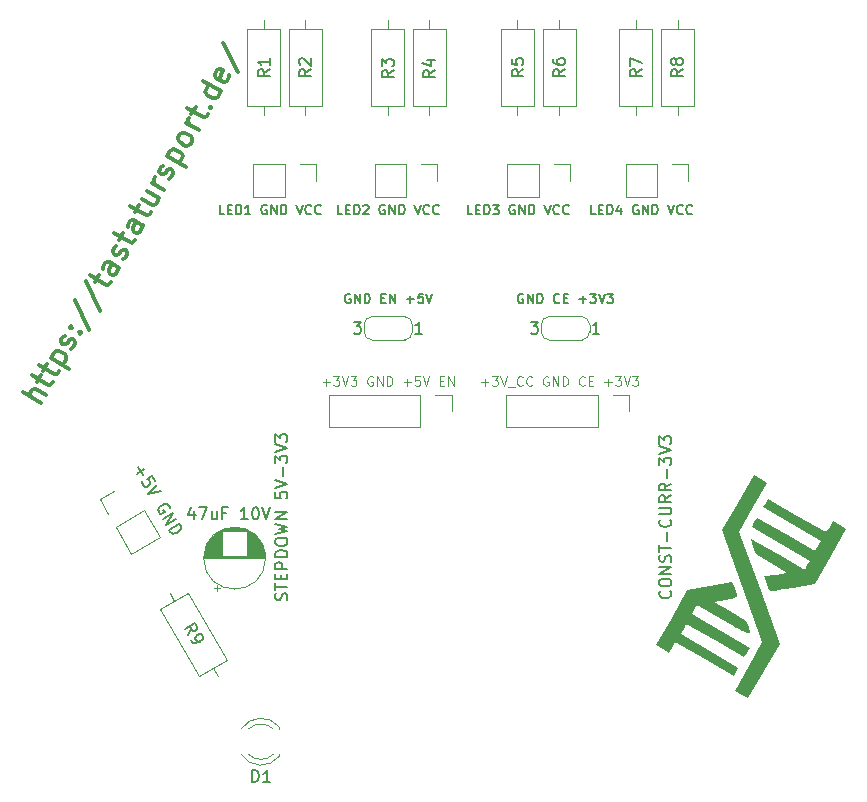
<source format=gbr>
%TF.GenerationSoftware,KiCad,Pcbnew,9.0.6*%
%TF.CreationDate,2025-11-24T14:02:56+01:00*%
%TF.ProjectId,hex-dna,6865782d-646e-4612-9e6b-696361645f70,rev?*%
%TF.SameCoordinates,Original*%
%TF.FileFunction,Legend,Top*%
%TF.FilePolarity,Positive*%
%FSLAX46Y46*%
G04 Gerber Fmt 4.6, Leading zero omitted, Abs format (unit mm)*
G04 Created by KiCad (PCBNEW 9.0.6) date 2025-11-24 14:02:56*
%MOMM*%
%LPD*%
G01*
G04 APERTURE LIST*
%ADD10C,0.000000*%
%ADD11C,0.370000*%
%ADD12C,0.150000*%
%ADD13C,0.100000*%
%ADD14C,0.120000*%
G04 APERTURE END LIST*
D10*
G36*
X84530687Y-60779382D02*
G01*
X85103528Y-61110111D01*
X83924780Y-63161550D01*
X82746034Y-65212988D01*
X84465561Y-69958925D01*
X86184996Y-74704887D01*
X84846338Y-77023513D01*
X83507680Y-79342138D01*
X82936500Y-79012369D01*
X82365265Y-78682566D01*
X83522408Y-76623698D01*
X83522408Y-76623696D01*
X84679584Y-74564770D01*
X82976618Y-69831295D01*
X81273648Y-65097819D01*
X82615748Y-62773236D01*
X83957844Y-60448650D01*
X84530687Y-60779382D01*
G37*
G36*
X87628347Y-63860376D02*
G01*
X90095968Y-65285059D01*
X90375833Y-64800318D01*
X90655661Y-64315639D01*
X91228500Y-64646368D01*
X91801341Y-64977098D01*
X90458518Y-67302942D01*
X89115689Y-69628787D01*
X87245588Y-69967663D01*
X86535267Y-70098304D01*
X86018109Y-70190088D01*
X85821278Y-70219735D01*
X85659915Y-70237656D01*
X85529742Y-70243187D01*
X85475018Y-70241096D01*
X85426489Y-70235653D01*
X85383619Y-70226777D01*
X85345877Y-70214384D01*
X85312728Y-70198393D01*
X85283635Y-70178716D01*
X85258064Y-70155269D01*
X85235484Y-70127970D01*
X85215360Y-70096738D01*
X85197156Y-70061484D01*
X85164371Y-69978583D01*
X85132852Y-69878602D01*
X85056532Y-69624709D01*
X84856364Y-69002904D01*
X85795541Y-68846885D01*
X86734632Y-68690890D01*
X85438135Y-67910050D01*
X84141640Y-67129209D01*
X83931363Y-66487210D01*
X83721087Y-65845209D01*
X85992673Y-67151439D01*
X88264260Y-68457672D01*
X88493224Y-68061094D01*
X88722187Y-67664517D01*
X86254566Y-66239835D01*
X83786945Y-64815153D01*
X84015909Y-64418576D01*
X84244874Y-64021999D01*
X86712495Y-65446679D01*
X89180114Y-66871363D01*
X89434513Y-66430735D01*
X89688941Y-65990049D01*
X87221321Y-64565366D01*
X84753699Y-63140686D01*
X84957194Y-62788219D01*
X85160725Y-62435694D01*
X87628347Y-63860376D01*
G37*
G36*
X82331587Y-69955807D02*
G01*
X82441177Y-70235083D01*
X82481902Y-70348055D01*
X82498247Y-70398579D01*
X82511721Y-70445386D01*
X82522184Y-70488691D01*
X82529487Y-70528684D01*
X82533491Y-70565569D01*
X82534051Y-70599546D01*
X82531026Y-70630817D01*
X82524270Y-70659577D01*
X82513642Y-70686036D01*
X82498998Y-70710385D01*
X82480193Y-70732831D01*
X82457085Y-70753571D01*
X82429533Y-70772804D01*
X82397389Y-70790735D01*
X82360514Y-70807561D01*
X82318761Y-70823483D01*
X82271992Y-70838704D01*
X82220057Y-70853421D01*
X82100133Y-70882147D01*
X81957837Y-70911269D01*
X81601553Y-70977112D01*
X80623665Y-71155463D01*
X81981157Y-71971673D01*
X83338708Y-72787920D01*
X83539861Y-73321236D01*
X83590473Y-73458589D01*
X83611632Y-73519932D01*
X83629544Y-73576246D01*
X83643853Y-73627432D01*
X83654192Y-73673382D01*
X83660205Y-73713994D01*
X83661528Y-73749163D01*
X83660317Y-73764674D01*
X83657798Y-73778785D01*
X83653930Y-73791482D01*
X83648664Y-73802756D01*
X83641950Y-73812591D01*
X83633755Y-73820972D01*
X83624023Y-73827890D01*
X83612713Y-73833333D01*
X83599780Y-73837283D01*
X83585178Y-73839729D01*
X83568864Y-73840658D01*
X83550788Y-73840059D01*
X83509185Y-73834218D01*
X83460009Y-73822104D01*
X83402893Y-73803616D01*
X83337479Y-73778644D01*
X83263411Y-73747083D01*
X83180320Y-73708836D01*
X83087852Y-73663795D01*
X82985641Y-73611855D01*
X82873332Y-73552918D01*
X82750558Y-73486872D01*
X82472186Y-73333052D01*
X82147631Y-73149565D01*
X81348444Y-72690268D01*
X79150403Y-71421225D01*
X78921437Y-71817804D01*
X78692474Y-72214380D01*
X81160095Y-73639064D01*
X83627717Y-75063745D01*
X83398754Y-75460321D01*
X83169789Y-75856898D01*
X80697356Y-74429440D01*
X78224924Y-73001979D01*
X78010094Y-73436122D01*
X77795238Y-73870174D01*
X80227333Y-75305581D01*
X82659375Y-76740960D01*
X82456638Y-77092113D01*
X82253934Y-77443204D01*
X79786312Y-76018523D01*
X77318692Y-74593840D01*
X77064262Y-75034523D01*
X76809864Y-75475157D01*
X76237027Y-75144427D01*
X75664185Y-74813696D01*
X77000000Y-72500000D01*
X78335781Y-70186355D01*
X80242335Y-69840568D01*
X82148825Y-69494746D01*
X82331587Y-69955807D01*
G37*
D11*
X23628560Y-54298274D02*
X22069715Y-53398274D01*
X24014275Y-53630197D02*
X23197736Y-53158769D01*
X23197736Y-53158769D02*
X23006418Y-53147285D01*
X23006418Y-53147285D02*
X22846473Y-53252890D01*
X22846473Y-53252890D02*
X22717901Y-53475582D01*
X22717901Y-53475582D02*
X22706418Y-53666901D01*
X22706418Y-53666901D02*
X22737791Y-53783988D01*
X23275044Y-52510583D02*
X23617901Y-51916737D01*
X22884000Y-51987890D02*
X24220154Y-52759319D01*
X24220154Y-52759319D02*
X24411472Y-52770802D01*
X24411472Y-52770802D02*
X24571417Y-52665198D01*
X24571417Y-52665198D02*
X24657132Y-52516737D01*
X23789329Y-51619814D02*
X24132187Y-51025968D01*
X23398286Y-51097122D02*
X24734439Y-51868550D01*
X24734439Y-51868550D02*
X24925758Y-51880034D01*
X24925758Y-51880034D02*
X25085703Y-51774429D01*
X25085703Y-51774429D02*
X25171417Y-51625968D01*
X24432186Y-50506353D02*
X25991032Y-51406353D01*
X24506417Y-50549210D02*
X24517901Y-50357892D01*
X24517901Y-50357892D02*
X24689329Y-50060969D01*
X24689329Y-50060969D02*
X24849274Y-49955364D01*
X24849274Y-49955364D02*
X24966362Y-49923991D01*
X24966362Y-49923991D02*
X25157681Y-49935474D01*
X25157681Y-49935474D02*
X25603065Y-50192617D01*
X25603065Y-50192617D02*
X25708670Y-50352562D01*
X25708670Y-50352562D02*
X25740043Y-50469650D01*
X25740043Y-50469650D02*
X25728560Y-50660969D01*
X25728560Y-50660969D02*
X25557131Y-50957892D01*
X25557131Y-50957892D02*
X25397186Y-51063496D01*
X26168614Y-49727343D02*
X26328560Y-49621738D01*
X26328560Y-49621738D02*
X26499988Y-49324815D01*
X26499988Y-49324815D02*
X26511472Y-49133497D01*
X26511472Y-49133497D02*
X26405867Y-48973552D01*
X26405867Y-48973552D02*
X26331637Y-48930695D01*
X26331637Y-48930695D02*
X26140318Y-48919211D01*
X26140318Y-48919211D02*
X25980373Y-49024815D01*
X25980373Y-49024815D02*
X25851801Y-49247508D01*
X25851801Y-49247508D02*
X25691856Y-49353112D01*
X25691856Y-49353112D02*
X25500538Y-49341629D01*
X25500538Y-49341629D02*
X25426307Y-49298771D01*
X25426307Y-49298771D02*
X25320703Y-49138826D01*
X25320703Y-49138826D02*
X25332186Y-48947508D01*
X25332186Y-48947508D02*
X25460758Y-48724815D01*
X25460758Y-48724815D02*
X25620703Y-48619211D01*
X26865812Y-48348332D02*
X26982900Y-48316958D01*
X26982900Y-48316958D02*
X27014274Y-48434046D01*
X27014274Y-48434046D02*
X26897186Y-48465420D01*
X26897186Y-48465420D02*
X26865812Y-48348332D01*
X26865812Y-48348332D02*
X27014274Y-48434046D01*
X26049274Y-47876903D02*
X26166362Y-47845530D01*
X26166362Y-47845530D02*
X26197736Y-47962618D01*
X26197736Y-47962618D02*
X26080648Y-47993991D01*
X26080648Y-47993991D02*
X26049274Y-47876903D01*
X26049274Y-47876903D02*
X26197736Y-47962618D01*
X26452626Y-45635420D02*
X27685428Y-48128717D01*
X27395483Y-44002344D02*
X28628285Y-46495640D01*
X28160757Y-44048279D02*
X28503615Y-43454433D01*
X27769714Y-43525586D02*
X29105867Y-44297015D01*
X29105867Y-44297015D02*
X29297186Y-44308498D01*
X29297186Y-44308498D02*
X29457131Y-44202894D01*
X29457131Y-44202894D02*
X29542845Y-44054433D01*
X30228559Y-42866741D02*
X29412021Y-42395312D01*
X29412021Y-42395312D02*
X29220702Y-42383829D01*
X29220702Y-42383829D02*
X29060757Y-42489433D01*
X29060757Y-42489433D02*
X28889329Y-42786356D01*
X28889329Y-42786356D02*
X28877845Y-42977675D01*
X30154328Y-42823884D02*
X30142845Y-43015202D01*
X30142845Y-43015202D02*
X29928559Y-43386356D01*
X29928559Y-43386356D02*
X29768614Y-43491960D01*
X29768614Y-43491960D02*
X29577295Y-43480477D01*
X29577295Y-43480477D02*
X29428834Y-43394763D01*
X29428834Y-43394763D02*
X29323230Y-43234818D01*
X29323230Y-43234818D02*
X29334713Y-43043499D01*
X29334713Y-43043499D02*
X29548999Y-42672345D01*
X29548999Y-42672345D02*
X29560482Y-42481027D01*
X30540042Y-42155807D02*
X30699988Y-42050203D01*
X30699988Y-42050203D02*
X30871416Y-41753280D01*
X30871416Y-41753280D02*
X30882900Y-41561961D01*
X30882900Y-41561961D02*
X30777295Y-41402016D01*
X30777295Y-41402016D02*
X30703065Y-41359159D01*
X30703065Y-41359159D02*
X30511746Y-41347676D01*
X30511746Y-41347676D02*
X30351801Y-41453280D01*
X30351801Y-41453280D02*
X30223229Y-41675972D01*
X30223229Y-41675972D02*
X30063284Y-41781577D01*
X30063284Y-41781577D02*
X29871966Y-41770093D01*
X29871966Y-41770093D02*
X29797735Y-41727236D01*
X29797735Y-41727236D02*
X29692131Y-41567291D01*
X29692131Y-41567291D02*
X29703614Y-41375972D01*
X29703614Y-41375972D02*
X29832186Y-41153280D01*
X29832186Y-41153280D02*
X29992131Y-41047676D01*
X30217900Y-40485203D02*
X30560757Y-39891357D01*
X29826856Y-39962511D02*
X31163010Y-40733940D01*
X31163010Y-40733940D02*
X31354328Y-40745423D01*
X31354328Y-40745423D02*
X31514273Y-40639819D01*
X31514273Y-40639819D02*
X31599988Y-40491357D01*
X32285702Y-39303666D02*
X31469163Y-38832237D01*
X31469163Y-38832237D02*
X31277845Y-38820753D01*
X31277845Y-38820753D02*
X31117900Y-38926358D01*
X31117900Y-38926358D02*
X30946471Y-39223281D01*
X30946471Y-39223281D02*
X30934988Y-39414599D01*
X32211471Y-39260808D02*
X32199987Y-39452127D01*
X32199987Y-39452127D02*
X31985702Y-39823281D01*
X31985702Y-39823281D02*
X31825757Y-39928885D01*
X31825757Y-39928885D02*
X31634438Y-39917402D01*
X31634438Y-39917402D02*
X31485976Y-39831687D01*
X31485976Y-39831687D02*
X31380372Y-39671742D01*
X31380372Y-39671742D02*
X31391856Y-39480424D01*
X31391856Y-39480424D02*
X31606141Y-39109270D01*
X31606141Y-39109270D02*
X31617625Y-38917951D01*
X31546471Y-38184051D02*
X31889328Y-37590205D01*
X31155427Y-37661358D02*
X32491581Y-38432787D01*
X32491581Y-38432787D02*
X32682899Y-38444271D01*
X32682899Y-38444271D02*
X32842844Y-38338666D01*
X32842844Y-38338666D02*
X32928559Y-38190205D01*
X32575042Y-36402513D02*
X33614273Y-37002513D01*
X32189328Y-37070590D02*
X33005866Y-37542018D01*
X33005866Y-37542018D02*
X33197185Y-37553502D01*
X33197185Y-37553502D02*
X33357130Y-37447898D01*
X33357130Y-37447898D02*
X33485701Y-37225205D01*
X33485701Y-37225205D02*
X33497185Y-37033887D01*
X33497185Y-37033887D02*
X33465811Y-36916799D01*
X34042844Y-36260206D02*
X33003613Y-35660206D01*
X33300536Y-35831635D02*
X33194932Y-35671690D01*
X33194932Y-35671690D02*
X33163558Y-35554602D01*
X33163558Y-35554602D02*
X33175042Y-35363283D01*
X33175042Y-35363283D02*
X33260756Y-35214821D01*
X34482899Y-35326580D02*
X34642844Y-35220975D01*
X34642844Y-35220975D02*
X34814273Y-34924052D01*
X34814273Y-34924052D02*
X34825756Y-34732734D01*
X34825756Y-34732734D02*
X34720152Y-34572789D01*
X34720152Y-34572789D02*
X34645921Y-34529931D01*
X34645921Y-34529931D02*
X34454602Y-34518448D01*
X34454602Y-34518448D02*
X34294657Y-34624052D01*
X34294657Y-34624052D02*
X34166086Y-34846745D01*
X34166086Y-34846745D02*
X34006141Y-34952349D01*
X34006141Y-34952349D02*
X33814822Y-34940865D01*
X33814822Y-34940865D02*
X33740591Y-34898008D01*
X33740591Y-34898008D02*
X33634987Y-34738063D01*
X33634987Y-34738063D02*
X33646471Y-34546745D01*
X33646471Y-34546745D02*
X33775042Y-34324052D01*
X33775042Y-34324052D02*
X33934987Y-34218448D01*
X34289328Y-33433283D02*
X35848174Y-34333283D01*
X34363559Y-33476140D02*
X34375042Y-33284822D01*
X34375042Y-33284822D02*
X34546471Y-32987899D01*
X34546471Y-32987899D02*
X34706416Y-32882294D01*
X34706416Y-32882294D02*
X34823504Y-32850921D01*
X34823504Y-32850921D02*
X35014822Y-32862404D01*
X35014822Y-32862404D02*
X35460207Y-33119547D01*
X35460207Y-33119547D02*
X35565811Y-33279492D01*
X35565811Y-33279492D02*
X35597185Y-33396580D01*
X35597185Y-33396580D02*
X35585701Y-33587899D01*
X35585701Y-33587899D02*
X35414273Y-33884822D01*
X35414273Y-33884822D02*
X35254328Y-33990426D01*
X36271415Y-32400207D02*
X36111470Y-32505811D01*
X36111470Y-32505811D02*
X35994382Y-32537185D01*
X35994382Y-32537185D02*
X35803064Y-32525701D01*
X35803064Y-32525701D02*
X35357679Y-32268559D01*
X35357679Y-32268559D02*
X35252075Y-32108614D01*
X35252075Y-32108614D02*
X35220701Y-31991526D01*
X35220701Y-31991526D02*
X35232185Y-31800207D01*
X35232185Y-31800207D02*
X35360756Y-31577515D01*
X35360756Y-31577515D02*
X35520701Y-31471910D01*
X35520701Y-31471910D02*
X35637789Y-31440537D01*
X35637789Y-31440537D02*
X35829108Y-31452020D01*
X35829108Y-31452020D02*
X36274492Y-31709163D01*
X36274492Y-31709163D02*
X36380097Y-31869108D01*
X36380097Y-31869108D02*
X36411470Y-31986196D01*
X36411470Y-31986196D02*
X36399987Y-32177515D01*
X36399987Y-32177515D02*
X36271415Y-32400207D01*
X36957129Y-31212515D02*
X35917899Y-30612515D01*
X36214822Y-30783944D02*
X36109218Y-30623999D01*
X36109218Y-30623999D02*
X36077844Y-30506911D01*
X36077844Y-30506911D02*
X36089327Y-30315592D01*
X36089327Y-30315592D02*
X36175042Y-30167131D01*
X36346470Y-29870208D02*
X36689328Y-29276362D01*
X35955427Y-29347515D02*
X37291580Y-30118944D01*
X37291580Y-30118944D02*
X37482899Y-30130428D01*
X37482899Y-30130428D02*
X37642844Y-30024823D01*
X37642844Y-30024823D02*
X37728558Y-29876362D01*
X37880096Y-29271033D02*
X37997184Y-29239659D01*
X37997184Y-29239659D02*
X38028558Y-29356747D01*
X38028558Y-29356747D02*
X37911470Y-29388120D01*
X37911470Y-29388120D02*
X37880096Y-29271033D01*
X37880096Y-29271033D02*
X38028558Y-29356747D01*
X38842844Y-27946362D02*
X37283998Y-27046362D01*
X38768613Y-27903505D02*
X38757129Y-28094824D01*
X38757129Y-28094824D02*
X38585701Y-28391747D01*
X38585701Y-28391747D02*
X38425756Y-28497351D01*
X38425756Y-28497351D02*
X38308668Y-28528725D01*
X38308668Y-28528725D02*
X38117349Y-28517241D01*
X38117349Y-28517241D02*
X37671965Y-28260099D01*
X37671965Y-28260099D02*
X37566360Y-28100154D01*
X37566360Y-28100154D02*
X37534987Y-27983066D01*
X37534987Y-27983066D02*
X37546470Y-27791747D01*
X37546470Y-27791747D02*
X37717899Y-27494824D01*
X37717899Y-27494824D02*
X37877844Y-27389220D01*
X39540041Y-26567352D02*
X39528558Y-26758671D01*
X39528558Y-26758671D02*
X39357129Y-27055594D01*
X39357129Y-27055594D02*
X39197184Y-27161198D01*
X39197184Y-27161198D02*
X39005865Y-27149715D01*
X39005865Y-27149715D02*
X38412019Y-26806858D01*
X38412019Y-26806858D02*
X38306415Y-26646913D01*
X38306415Y-26646913D02*
X38317899Y-26455594D01*
X38317899Y-26455594D02*
X38489327Y-26158671D01*
X38489327Y-26158671D02*
X38649272Y-26053067D01*
X38649272Y-26053067D02*
X38840591Y-26064550D01*
X38840591Y-26064550D02*
X38989052Y-26150264D01*
X38989052Y-26150264D02*
X38708942Y-26978286D01*
X39052624Y-23811584D02*
X40285426Y-26304880D01*
D12*
X49133333Y-38362295D02*
X48752381Y-38362295D01*
X48752381Y-38362295D02*
X48752381Y-37562295D01*
X49400000Y-37943247D02*
X49666666Y-37943247D01*
X49780952Y-38362295D02*
X49400000Y-38362295D01*
X49400000Y-38362295D02*
X49400000Y-37562295D01*
X49400000Y-37562295D02*
X49780952Y-37562295D01*
X50123810Y-38362295D02*
X50123810Y-37562295D01*
X50123810Y-37562295D02*
X50314286Y-37562295D01*
X50314286Y-37562295D02*
X50428572Y-37600390D01*
X50428572Y-37600390D02*
X50504762Y-37676580D01*
X50504762Y-37676580D02*
X50542857Y-37752771D01*
X50542857Y-37752771D02*
X50580953Y-37905152D01*
X50580953Y-37905152D02*
X50580953Y-38019438D01*
X50580953Y-38019438D02*
X50542857Y-38171819D01*
X50542857Y-38171819D02*
X50504762Y-38248009D01*
X50504762Y-38248009D02*
X50428572Y-38324200D01*
X50428572Y-38324200D02*
X50314286Y-38362295D01*
X50314286Y-38362295D02*
X50123810Y-38362295D01*
X50885714Y-37638485D02*
X50923810Y-37600390D01*
X50923810Y-37600390D02*
X51000000Y-37562295D01*
X51000000Y-37562295D02*
X51190476Y-37562295D01*
X51190476Y-37562295D02*
X51266667Y-37600390D01*
X51266667Y-37600390D02*
X51304762Y-37638485D01*
X51304762Y-37638485D02*
X51342857Y-37714676D01*
X51342857Y-37714676D02*
X51342857Y-37790866D01*
X51342857Y-37790866D02*
X51304762Y-37905152D01*
X51304762Y-37905152D02*
X50847619Y-38362295D01*
X50847619Y-38362295D02*
X51342857Y-38362295D01*
X52714286Y-37600390D02*
X52638096Y-37562295D01*
X52638096Y-37562295D02*
X52523810Y-37562295D01*
X52523810Y-37562295D02*
X52409524Y-37600390D01*
X52409524Y-37600390D02*
X52333334Y-37676580D01*
X52333334Y-37676580D02*
X52295239Y-37752771D01*
X52295239Y-37752771D02*
X52257143Y-37905152D01*
X52257143Y-37905152D02*
X52257143Y-38019438D01*
X52257143Y-38019438D02*
X52295239Y-38171819D01*
X52295239Y-38171819D02*
X52333334Y-38248009D01*
X52333334Y-38248009D02*
X52409524Y-38324200D01*
X52409524Y-38324200D02*
X52523810Y-38362295D01*
X52523810Y-38362295D02*
X52600001Y-38362295D01*
X52600001Y-38362295D02*
X52714286Y-38324200D01*
X52714286Y-38324200D02*
X52752382Y-38286104D01*
X52752382Y-38286104D02*
X52752382Y-38019438D01*
X52752382Y-38019438D02*
X52600001Y-38019438D01*
X53095239Y-38362295D02*
X53095239Y-37562295D01*
X53095239Y-37562295D02*
X53552382Y-38362295D01*
X53552382Y-38362295D02*
X53552382Y-37562295D01*
X53933334Y-38362295D02*
X53933334Y-37562295D01*
X53933334Y-37562295D02*
X54123810Y-37562295D01*
X54123810Y-37562295D02*
X54238096Y-37600390D01*
X54238096Y-37600390D02*
X54314286Y-37676580D01*
X54314286Y-37676580D02*
X54352381Y-37752771D01*
X54352381Y-37752771D02*
X54390477Y-37905152D01*
X54390477Y-37905152D02*
X54390477Y-38019438D01*
X54390477Y-38019438D02*
X54352381Y-38171819D01*
X54352381Y-38171819D02*
X54314286Y-38248009D01*
X54314286Y-38248009D02*
X54238096Y-38324200D01*
X54238096Y-38324200D02*
X54123810Y-38362295D01*
X54123810Y-38362295D02*
X53933334Y-38362295D01*
X55228572Y-37562295D02*
X55495239Y-38362295D01*
X55495239Y-38362295D02*
X55761905Y-37562295D01*
X56485715Y-38286104D02*
X56447619Y-38324200D01*
X56447619Y-38324200D02*
X56333334Y-38362295D01*
X56333334Y-38362295D02*
X56257143Y-38362295D01*
X56257143Y-38362295D02*
X56142857Y-38324200D01*
X56142857Y-38324200D02*
X56066667Y-38248009D01*
X56066667Y-38248009D02*
X56028572Y-38171819D01*
X56028572Y-38171819D02*
X55990476Y-38019438D01*
X55990476Y-38019438D02*
X55990476Y-37905152D01*
X55990476Y-37905152D02*
X56028572Y-37752771D01*
X56028572Y-37752771D02*
X56066667Y-37676580D01*
X56066667Y-37676580D02*
X56142857Y-37600390D01*
X56142857Y-37600390D02*
X56257143Y-37562295D01*
X56257143Y-37562295D02*
X56333334Y-37562295D01*
X56333334Y-37562295D02*
X56447619Y-37600390D01*
X56447619Y-37600390D02*
X56485715Y-37638485D01*
X57285715Y-38286104D02*
X57247619Y-38324200D01*
X57247619Y-38324200D02*
X57133334Y-38362295D01*
X57133334Y-38362295D02*
X57057143Y-38362295D01*
X57057143Y-38362295D02*
X56942857Y-38324200D01*
X56942857Y-38324200D02*
X56866667Y-38248009D01*
X56866667Y-38248009D02*
X56828572Y-38171819D01*
X56828572Y-38171819D02*
X56790476Y-38019438D01*
X56790476Y-38019438D02*
X56790476Y-37905152D01*
X56790476Y-37905152D02*
X56828572Y-37752771D01*
X56828572Y-37752771D02*
X56866667Y-37676580D01*
X56866667Y-37676580D02*
X56942857Y-37600390D01*
X56942857Y-37600390D02*
X57057143Y-37562295D01*
X57057143Y-37562295D02*
X57133334Y-37562295D01*
X57133334Y-37562295D02*
X57247619Y-37600390D01*
X57247619Y-37600390D02*
X57285715Y-37638485D01*
D13*
X47457143Y-52560133D02*
X48066667Y-52560133D01*
X47761905Y-52864895D02*
X47761905Y-52255371D01*
X48371428Y-52064895D02*
X48866666Y-52064895D01*
X48866666Y-52064895D02*
X48600000Y-52369657D01*
X48600000Y-52369657D02*
X48714285Y-52369657D01*
X48714285Y-52369657D02*
X48790476Y-52407752D01*
X48790476Y-52407752D02*
X48828571Y-52445847D01*
X48828571Y-52445847D02*
X48866666Y-52522038D01*
X48866666Y-52522038D02*
X48866666Y-52712514D01*
X48866666Y-52712514D02*
X48828571Y-52788704D01*
X48828571Y-52788704D02*
X48790476Y-52826800D01*
X48790476Y-52826800D02*
X48714285Y-52864895D01*
X48714285Y-52864895D02*
X48485714Y-52864895D01*
X48485714Y-52864895D02*
X48409523Y-52826800D01*
X48409523Y-52826800D02*
X48371428Y-52788704D01*
X49095238Y-52064895D02*
X49361905Y-52864895D01*
X49361905Y-52864895D02*
X49628571Y-52064895D01*
X49819047Y-52064895D02*
X50314285Y-52064895D01*
X50314285Y-52064895D02*
X50047619Y-52369657D01*
X50047619Y-52369657D02*
X50161904Y-52369657D01*
X50161904Y-52369657D02*
X50238095Y-52407752D01*
X50238095Y-52407752D02*
X50276190Y-52445847D01*
X50276190Y-52445847D02*
X50314285Y-52522038D01*
X50314285Y-52522038D02*
X50314285Y-52712514D01*
X50314285Y-52712514D02*
X50276190Y-52788704D01*
X50276190Y-52788704D02*
X50238095Y-52826800D01*
X50238095Y-52826800D02*
X50161904Y-52864895D01*
X50161904Y-52864895D02*
X49933333Y-52864895D01*
X49933333Y-52864895D02*
X49857142Y-52826800D01*
X49857142Y-52826800D02*
X49819047Y-52788704D01*
X51685714Y-52102990D02*
X51609524Y-52064895D01*
X51609524Y-52064895D02*
X51495238Y-52064895D01*
X51495238Y-52064895D02*
X51380952Y-52102990D01*
X51380952Y-52102990D02*
X51304762Y-52179180D01*
X51304762Y-52179180D02*
X51266667Y-52255371D01*
X51266667Y-52255371D02*
X51228571Y-52407752D01*
X51228571Y-52407752D02*
X51228571Y-52522038D01*
X51228571Y-52522038D02*
X51266667Y-52674419D01*
X51266667Y-52674419D02*
X51304762Y-52750609D01*
X51304762Y-52750609D02*
X51380952Y-52826800D01*
X51380952Y-52826800D02*
X51495238Y-52864895D01*
X51495238Y-52864895D02*
X51571429Y-52864895D01*
X51571429Y-52864895D02*
X51685714Y-52826800D01*
X51685714Y-52826800D02*
X51723810Y-52788704D01*
X51723810Y-52788704D02*
X51723810Y-52522038D01*
X51723810Y-52522038D02*
X51571429Y-52522038D01*
X52066667Y-52864895D02*
X52066667Y-52064895D01*
X52066667Y-52064895D02*
X52523810Y-52864895D01*
X52523810Y-52864895D02*
X52523810Y-52064895D01*
X52904762Y-52864895D02*
X52904762Y-52064895D01*
X52904762Y-52064895D02*
X53095238Y-52064895D01*
X53095238Y-52064895D02*
X53209524Y-52102990D01*
X53209524Y-52102990D02*
X53285714Y-52179180D01*
X53285714Y-52179180D02*
X53323809Y-52255371D01*
X53323809Y-52255371D02*
X53361905Y-52407752D01*
X53361905Y-52407752D02*
X53361905Y-52522038D01*
X53361905Y-52522038D02*
X53323809Y-52674419D01*
X53323809Y-52674419D02*
X53285714Y-52750609D01*
X53285714Y-52750609D02*
X53209524Y-52826800D01*
X53209524Y-52826800D02*
X53095238Y-52864895D01*
X53095238Y-52864895D02*
X52904762Y-52864895D01*
X54314286Y-52560133D02*
X54923810Y-52560133D01*
X54619048Y-52864895D02*
X54619048Y-52255371D01*
X55685714Y-52064895D02*
X55304762Y-52064895D01*
X55304762Y-52064895D02*
X55266666Y-52445847D01*
X55266666Y-52445847D02*
X55304762Y-52407752D01*
X55304762Y-52407752D02*
X55380952Y-52369657D01*
X55380952Y-52369657D02*
X55571428Y-52369657D01*
X55571428Y-52369657D02*
X55647619Y-52407752D01*
X55647619Y-52407752D02*
X55685714Y-52445847D01*
X55685714Y-52445847D02*
X55723809Y-52522038D01*
X55723809Y-52522038D02*
X55723809Y-52712514D01*
X55723809Y-52712514D02*
X55685714Y-52788704D01*
X55685714Y-52788704D02*
X55647619Y-52826800D01*
X55647619Y-52826800D02*
X55571428Y-52864895D01*
X55571428Y-52864895D02*
X55380952Y-52864895D01*
X55380952Y-52864895D02*
X55304762Y-52826800D01*
X55304762Y-52826800D02*
X55266666Y-52788704D01*
X55952381Y-52064895D02*
X56219048Y-52864895D01*
X56219048Y-52864895D02*
X56485714Y-52064895D01*
X57361905Y-52445847D02*
X57628571Y-52445847D01*
X57742857Y-52864895D02*
X57361905Y-52864895D01*
X57361905Y-52864895D02*
X57361905Y-52064895D01*
X57361905Y-52064895D02*
X57742857Y-52064895D01*
X58085715Y-52864895D02*
X58085715Y-52064895D01*
X58085715Y-52064895D02*
X58542858Y-52864895D01*
X58542858Y-52864895D02*
X58542858Y-52064895D01*
D12*
X44407200Y-71023809D02*
X44454819Y-70880952D01*
X44454819Y-70880952D02*
X44454819Y-70642857D01*
X44454819Y-70642857D02*
X44407200Y-70547619D01*
X44407200Y-70547619D02*
X44359580Y-70500000D01*
X44359580Y-70500000D02*
X44264342Y-70452381D01*
X44264342Y-70452381D02*
X44169104Y-70452381D01*
X44169104Y-70452381D02*
X44073866Y-70500000D01*
X44073866Y-70500000D02*
X44026247Y-70547619D01*
X44026247Y-70547619D02*
X43978628Y-70642857D01*
X43978628Y-70642857D02*
X43931009Y-70833333D01*
X43931009Y-70833333D02*
X43883390Y-70928571D01*
X43883390Y-70928571D02*
X43835771Y-70976190D01*
X43835771Y-70976190D02*
X43740533Y-71023809D01*
X43740533Y-71023809D02*
X43645295Y-71023809D01*
X43645295Y-71023809D02*
X43550057Y-70976190D01*
X43550057Y-70976190D02*
X43502438Y-70928571D01*
X43502438Y-70928571D02*
X43454819Y-70833333D01*
X43454819Y-70833333D02*
X43454819Y-70595238D01*
X43454819Y-70595238D02*
X43502438Y-70452381D01*
X43454819Y-70166666D02*
X43454819Y-69595238D01*
X44454819Y-69880952D02*
X43454819Y-69880952D01*
X43931009Y-69261904D02*
X43931009Y-68928571D01*
X44454819Y-68785714D02*
X44454819Y-69261904D01*
X44454819Y-69261904D02*
X43454819Y-69261904D01*
X43454819Y-69261904D02*
X43454819Y-68785714D01*
X44454819Y-68357142D02*
X43454819Y-68357142D01*
X43454819Y-68357142D02*
X43454819Y-67976190D01*
X43454819Y-67976190D02*
X43502438Y-67880952D01*
X43502438Y-67880952D02*
X43550057Y-67833333D01*
X43550057Y-67833333D02*
X43645295Y-67785714D01*
X43645295Y-67785714D02*
X43788152Y-67785714D01*
X43788152Y-67785714D02*
X43883390Y-67833333D01*
X43883390Y-67833333D02*
X43931009Y-67880952D01*
X43931009Y-67880952D02*
X43978628Y-67976190D01*
X43978628Y-67976190D02*
X43978628Y-68357142D01*
X44454819Y-67357142D02*
X43454819Y-67357142D01*
X43454819Y-67357142D02*
X43454819Y-67119047D01*
X43454819Y-67119047D02*
X43502438Y-66976190D01*
X43502438Y-66976190D02*
X43597676Y-66880952D01*
X43597676Y-66880952D02*
X43692914Y-66833333D01*
X43692914Y-66833333D02*
X43883390Y-66785714D01*
X43883390Y-66785714D02*
X44026247Y-66785714D01*
X44026247Y-66785714D02*
X44216723Y-66833333D01*
X44216723Y-66833333D02*
X44311961Y-66880952D01*
X44311961Y-66880952D02*
X44407200Y-66976190D01*
X44407200Y-66976190D02*
X44454819Y-67119047D01*
X44454819Y-67119047D02*
X44454819Y-67357142D01*
X43454819Y-66166666D02*
X43454819Y-65976190D01*
X43454819Y-65976190D02*
X43502438Y-65880952D01*
X43502438Y-65880952D02*
X43597676Y-65785714D01*
X43597676Y-65785714D02*
X43788152Y-65738095D01*
X43788152Y-65738095D02*
X44121485Y-65738095D01*
X44121485Y-65738095D02*
X44311961Y-65785714D01*
X44311961Y-65785714D02*
X44407200Y-65880952D01*
X44407200Y-65880952D02*
X44454819Y-65976190D01*
X44454819Y-65976190D02*
X44454819Y-66166666D01*
X44454819Y-66166666D02*
X44407200Y-66261904D01*
X44407200Y-66261904D02*
X44311961Y-66357142D01*
X44311961Y-66357142D02*
X44121485Y-66404761D01*
X44121485Y-66404761D02*
X43788152Y-66404761D01*
X43788152Y-66404761D02*
X43597676Y-66357142D01*
X43597676Y-66357142D02*
X43502438Y-66261904D01*
X43502438Y-66261904D02*
X43454819Y-66166666D01*
X43454819Y-65404761D02*
X44454819Y-65166666D01*
X44454819Y-65166666D02*
X43740533Y-64976190D01*
X43740533Y-64976190D02*
X44454819Y-64785714D01*
X44454819Y-64785714D02*
X43454819Y-64547619D01*
X44454819Y-64166666D02*
X43454819Y-64166666D01*
X43454819Y-64166666D02*
X44454819Y-63595238D01*
X44454819Y-63595238D02*
X43454819Y-63595238D01*
X43454819Y-61880952D02*
X43454819Y-62357142D01*
X43454819Y-62357142D02*
X43931009Y-62404761D01*
X43931009Y-62404761D02*
X43883390Y-62357142D01*
X43883390Y-62357142D02*
X43835771Y-62261904D01*
X43835771Y-62261904D02*
X43835771Y-62023809D01*
X43835771Y-62023809D02*
X43883390Y-61928571D01*
X43883390Y-61928571D02*
X43931009Y-61880952D01*
X43931009Y-61880952D02*
X44026247Y-61833333D01*
X44026247Y-61833333D02*
X44264342Y-61833333D01*
X44264342Y-61833333D02*
X44359580Y-61880952D01*
X44359580Y-61880952D02*
X44407200Y-61928571D01*
X44407200Y-61928571D02*
X44454819Y-62023809D01*
X44454819Y-62023809D02*
X44454819Y-62261904D01*
X44454819Y-62261904D02*
X44407200Y-62357142D01*
X44407200Y-62357142D02*
X44359580Y-62404761D01*
X43454819Y-61547618D02*
X44454819Y-61214285D01*
X44454819Y-61214285D02*
X43454819Y-60880952D01*
X44073866Y-60547618D02*
X44073866Y-59785714D01*
X43454819Y-59404761D02*
X43454819Y-58785714D01*
X43454819Y-58785714D02*
X43835771Y-59119047D01*
X43835771Y-59119047D02*
X43835771Y-58976190D01*
X43835771Y-58976190D02*
X43883390Y-58880952D01*
X43883390Y-58880952D02*
X43931009Y-58833333D01*
X43931009Y-58833333D02*
X44026247Y-58785714D01*
X44026247Y-58785714D02*
X44264342Y-58785714D01*
X44264342Y-58785714D02*
X44359580Y-58833333D01*
X44359580Y-58833333D02*
X44407200Y-58880952D01*
X44407200Y-58880952D02*
X44454819Y-58976190D01*
X44454819Y-58976190D02*
X44454819Y-59261904D01*
X44454819Y-59261904D02*
X44407200Y-59357142D01*
X44407200Y-59357142D02*
X44359580Y-59404761D01*
X43454819Y-58499999D02*
X44454819Y-58166666D01*
X44454819Y-58166666D02*
X43454819Y-57833333D01*
X43454819Y-57595237D02*
X43454819Y-56976190D01*
X43454819Y-56976190D02*
X43835771Y-57309523D01*
X43835771Y-57309523D02*
X43835771Y-57166666D01*
X43835771Y-57166666D02*
X43883390Y-57071428D01*
X43883390Y-57071428D02*
X43931009Y-57023809D01*
X43931009Y-57023809D02*
X44026247Y-56976190D01*
X44026247Y-56976190D02*
X44264342Y-56976190D01*
X44264342Y-56976190D02*
X44359580Y-57023809D01*
X44359580Y-57023809D02*
X44407200Y-57071428D01*
X44407200Y-57071428D02*
X44454819Y-57166666D01*
X44454819Y-57166666D02*
X44454819Y-57452380D01*
X44454819Y-57452380D02*
X44407200Y-57547618D01*
X44407200Y-57547618D02*
X44359580Y-57595237D01*
X64419047Y-45100390D02*
X64342857Y-45062295D01*
X64342857Y-45062295D02*
X64228571Y-45062295D01*
X64228571Y-45062295D02*
X64114285Y-45100390D01*
X64114285Y-45100390D02*
X64038095Y-45176580D01*
X64038095Y-45176580D02*
X64000000Y-45252771D01*
X64000000Y-45252771D02*
X63961904Y-45405152D01*
X63961904Y-45405152D02*
X63961904Y-45519438D01*
X63961904Y-45519438D02*
X64000000Y-45671819D01*
X64000000Y-45671819D02*
X64038095Y-45748009D01*
X64038095Y-45748009D02*
X64114285Y-45824200D01*
X64114285Y-45824200D02*
X64228571Y-45862295D01*
X64228571Y-45862295D02*
X64304762Y-45862295D01*
X64304762Y-45862295D02*
X64419047Y-45824200D01*
X64419047Y-45824200D02*
X64457143Y-45786104D01*
X64457143Y-45786104D02*
X64457143Y-45519438D01*
X64457143Y-45519438D02*
X64304762Y-45519438D01*
X64800000Y-45862295D02*
X64800000Y-45062295D01*
X64800000Y-45062295D02*
X65257143Y-45862295D01*
X65257143Y-45862295D02*
X65257143Y-45062295D01*
X65638095Y-45862295D02*
X65638095Y-45062295D01*
X65638095Y-45062295D02*
X65828571Y-45062295D01*
X65828571Y-45062295D02*
X65942857Y-45100390D01*
X65942857Y-45100390D02*
X66019047Y-45176580D01*
X66019047Y-45176580D02*
X66057142Y-45252771D01*
X66057142Y-45252771D02*
X66095238Y-45405152D01*
X66095238Y-45405152D02*
X66095238Y-45519438D01*
X66095238Y-45519438D02*
X66057142Y-45671819D01*
X66057142Y-45671819D02*
X66019047Y-45748009D01*
X66019047Y-45748009D02*
X65942857Y-45824200D01*
X65942857Y-45824200D02*
X65828571Y-45862295D01*
X65828571Y-45862295D02*
X65638095Y-45862295D01*
X67504762Y-45786104D02*
X67466666Y-45824200D01*
X67466666Y-45824200D02*
X67352381Y-45862295D01*
X67352381Y-45862295D02*
X67276190Y-45862295D01*
X67276190Y-45862295D02*
X67161904Y-45824200D01*
X67161904Y-45824200D02*
X67085714Y-45748009D01*
X67085714Y-45748009D02*
X67047619Y-45671819D01*
X67047619Y-45671819D02*
X67009523Y-45519438D01*
X67009523Y-45519438D02*
X67009523Y-45405152D01*
X67009523Y-45405152D02*
X67047619Y-45252771D01*
X67047619Y-45252771D02*
X67085714Y-45176580D01*
X67085714Y-45176580D02*
X67161904Y-45100390D01*
X67161904Y-45100390D02*
X67276190Y-45062295D01*
X67276190Y-45062295D02*
X67352381Y-45062295D01*
X67352381Y-45062295D02*
X67466666Y-45100390D01*
X67466666Y-45100390D02*
X67504762Y-45138485D01*
X67847619Y-45443247D02*
X68114285Y-45443247D01*
X68228571Y-45862295D02*
X67847619Y-45862295D01*
X67847619Y-45862295D02*
X67847619Y-45062295D01*
X67847619Y-45062295D02*
X68228571Y-45062295D01*
X69180953Y-45557533D02*
X69790477Y-45557533D01*
X69485715Y-45862295D02*
X69485715Y-45252771D01*
X70095238Y-45062295D02*
X70590476Y-45062295D01*
X70590476Y-45062295D02*
X70323810Y-45367057D01*
X70323810Y-45367057D02*
X70438095Y-45367057D01*
X70438095Y-45367057D02*
X70514286Y-45405152D01*
X70514286Y-45405152D02*
X70552381Y-45443247D01*
X70552381Y-45443247D02*
X70590476Y-45519438D01*
X70590476Y-45519438D02*
X70590476Y-45709914D01*
X70590476Y-45709914D02*
X70552381Y-45786104D01*
X70552381Y-45786104D02*
X70514286Y-45824200D01*
X70514286Y-45824200D02*
X70438095Y-45862295D01*
X70438095Y-45862295D02*
X70209524Y-45862295D01*
X70209524Y-45862295D02*
X70133333Y-45824200D01*
X70133333Y-45824200D02*
X70095238Y-45786104D01*
X70819048Y-45062295D02*
X71085715Y-45862295D01*
X71085715Y-45862295D02*
X71352381Y-45062295D01*
X71542857Y-45062295D02*
X72038095Y-45062295D01*
X72038095Y-45062295D02*
X71771429Y-45367057D01*
X71771429Y-45367057D02*
X71885714Y-45367057D01*
X71885714Y-45367057D02*
X71961905Y-45405152D01*
X71961905Y-45405152D02*
X72000000Y-45443247D01*
X72000000Y-45443247D02*
X72038095Y-45519438D01*
X72038095Y-45519438D02*
X72038095Y-45709914D01*
X72038095Y-45709914D02*
X72000000Y-45786104D01*
X72000000Y-45786104D02*
X71961905Y-45824200D01*
X71961905Y-45824200D02*
X71885714Y-45862295D01*
X71885714Y-45862295D02*
X71657143Y-45862295D01*
X71657143Y-45862295D02*
X71580952Y-45824200D01*
X71580952Y-45824200D02*
X71542857Y-45786104D01*
X70885714Y-48454819D02*
X70314286Y-48454819D01*
X70600000Y-48454819D02*
X70600000Y-47454819D01*
X70600000Y-47454819D02*
X70504762Y-47597676D01*
X70504762Y-47597676D02*
X70409524Y-47692914D01*
X70409524Y-47692914D02*
X70314286Y-47740533D01*
X65066667Y-47454819D02*
X65685714Y-47454819D01*
X65685714Y-47454819D02*
X65352381Y-47835771D01*
X65352381Y-47835771D02*
X65495238Y-47835771D01*
X65495238Y-47835771D02*
X65590476Y-47883390D01*
X65590476Y-47883390D02*
X65638095Y-47931009D01*
X65638095Y-47931009D02*
X65685714Y-48026247D01*
X65685714Y-48026247D02*
X65685714Y-48264342D01*
X65685714Y-48264342D02*
X65638095Y-48359580D01*
X65638095Y-48359580D02*
X65590476Y-48407200D01*
X65590476Y-48407200D02*
X65495238Y-48454819D01*
X65495238Y-48454819D02*
X65209524Y-48454819D01*
X65209524Y-48454819D02*
X65114286Y-48407200D01*
X65114286Y-48407200D02*
X65066667Y-48359580D01*
X67954819Y-26086666D02*
X67478628Y-26419999D01*
X67954819Y-26658094D02*
X66954819Y-26658094D01*
X66954819Y-26658094D02*
X66954819Y-26277142D01*
X66954819Y-26277142D02*
X67002438Y-26181904D01*
X67002438Y-26181904D02*
X67050057Y-26134285D01*
X67050057Y-26134285D02*
X67145295Y-26086666D01*
X67145295Y-26086666D02*
X67288152Y-26086666D01*
X67288152Y-26086666D02*
X67383390Y-26134285D01*
X67383390Y-26134285D02*
X67431009Y-26181904D01*
X67431009Y-26181904D02*
X67478628Y-26277142D01*
X67478628Y-26277142D02*
X67478628Y-26658094D01*
X66954819Y-25229523D02*
X66954819Y-25419999D01*
X66954819Y-25419999D02*
X67002438Y-25515237D01*
X67002438Y-25515237D02*
X67050057Y-25562856D01*
X67050057Y-25562856D02*
X67192914Y-25658094D01*
X67192914Y-25658094D02*
X67383390Y-25705713D01*
X67383390Y-25705713D02*
X67764342Y-25705713D01*
X67764342Y-25705713D02*
X67859580Y-25658094D01*
X67859580Y-25658094D02*
X67907200Y-25610475D01*
X67907200Y-25610475D02*
X67954819Y-25515237D01*
X67954819Y-25515237D02*
X67954819Y-25324761D01*
X67954819Y-25324761D02*
X67907200Y-25229523D01*
X67907200Y-25229523D02*
X67859580Y-25181904D01*
X67859580Y-25181904D02*
X67764342Y-25134285D01*
X67764342Y-25134285D02*
X67526247Y-25134285D01*
X67526247Y-25134285D02*
X67431009Y-25181904D01*
X67431009Y-25181904D02*
X67383390Y-25229523D01*
X67383390Y-25229523D02*
X67335771Y-25324761D01*
X67335771Y-25324761D02*
X67335771Y-25515237D01*
X67335771Y-25515237D02*
X67383390Y-25610475D01*
X67383390Y-25610475D02*
X67431009Y-25658094D01*
X67431009Y-25658094D02*
X67526247Y-25705713D01*
X42954819Y-26086666D02*
X42478628Y-26419999D01*
X42954819Y-26658094D02*
X41954819Y-26658094D01*
X41954819Y-26658094D02*
X41954819Y-26277142D01*
X41954819Y-26277142D02*
X42002438Y-26181904D01*
X42002438Y-26181904D02*
X42050057Y-26134285D01*
X42050057Y-26134285D02*
X42145295Y-26086666D01*
X42145295Y-26086666D02*
X42288152Y-26086666D01*
X42288152Y-26086666D02*
X42383390Y-26134285D01*
X42383390Y-26134285D02*
X42431009Y-26181904D01*
X42431009Y-26181904D02*
X42478628Y-26277142D01*
X42478628Y-26277142D02*
X42478628Y-26658094D01*
X42954819Y-25134285D02*
X42954819Y-25705713D01*
X42954819Y-25419999D02*
X41954819Y-25419999D01*
X41954819Y-25419999D02*
X42097676Y-25515237D01*
X42097676Y-25515237D02*
X42192914Y-25610475D01*
X42192914Y-25610475D02*
X42240533Y-25705713D01*
X49780952Y-45100390D02*
X49704762Y-45062295D01*
X49704762Y-45062295D02*
X49590476Y-45062295D01*
X49590476Y-45062295D02*
X49476190Y-45100390D01*
X49476190Y-45100390D02*
X49400000Y-45176580D01*
X49400000Y-45176580D02*
X49361905Y-45252771D01*
X49361905Y-45252771D02*
X49323809Y-45405152D01*
X49323809Y-45405152D02*
X49323809Y-45519438D01*
X49323809Y-45519438D02*
X49361905Y-45671819D01*
X49361905Y-45671819D02*
X49400000Y-45748009D01*
X49400000Y-45748009D02*
X49476190Y-45824200D01*
X49476190Y-45824200D02*
X49590476Y-45862295D01*
X49590476Y-45862295D02*
X49666667Y-45862295D01*
X49666667Y-45862295D02*
X49780952Y-45824200D01*
X49780952Y-45824200D02*
X49819048Y-45786104D01*
X49819048Y-45786104D02*
X49819048Y-45519438D01*
X49819048Y-45519438D02*
X49666667Y-45519438D01*
X50161905Y-45862295D02*
X50161905Y-45062295D01*
X50161905Y-45062295D02*
X50619048Y-45862295D01*
X50619048Y-45862295D02*
X50619048Y-45062295D01*
X51000000Y-45862295D02*
X51000000Y-45062295D01*
X51000000Y-45062295D02*
X51190476Y-45062295D01*
X51190476Y-45062295D02*
X51304762Y-45100390D01*
X51304762Y-45100390D02*
X51380952Y-45176580D01*
X51380952Y-45176580D02*
X51419047Y-45252771D01*
X51419047Y-45252771D02*
X51457143Y-45405152D01*
X51457143Y-45405152D02*
X51457143Y-45519438D01*
X51457143Y-45519438D02*
X51419047Y-45671819D01*
X51419047Y-45671819D02*
X51380952Y-45748009D01*
X51380952Y-45748009D02*
X51304762Y-45824200D01*
X51304762Y-45824200D02*
X51190476Y-45862295D01*
X51190476Y-45862295D02*
X51000000Y-45862295D01*
X52409524Y-45443247D02*
X52676190Y-45443247D01*
X52790476Y-45862295D02*
X52409524Y-45862295D01*
X52409524Y-45862295D02*
X52409524Y-45062295D01*
X52409524Y-45062295D02*
X52790476Y-45062295D01*
X53133334Y-45862295D02*
X53133334Y-45062295D01*
X53133334Y-45062295D02*
X53590477Y-45862295D01*
X53590477Y-45862295D02*
X53590477Y-45062295D01*
X54580953Y-45557533D02*
X55190477Y-45557533D01*
X54885715Y-45862295D02*
X54885715Y-45252771D01*
X55952381Y-45062295D02*
X55571429Y-45062295D01*
X55571429Y-45062295D02*
X55533333Y-45443247D01*
X55533333Y-45443247D02*
X55571429Y-45405152D01*
X55571429Y-45405152D02*
X55647619Y-45367057D01*
X55647619Y-45367057D02*
X55838095Y-45367057D01*
X55838095Y-45367057D02*
X55914286Y-45405152D01*
X55914286Y-45405152D02*
X55952381Y-45443247D01*
X55952381Y-45443247D02*
X55990476Y-45519438D01*
X55990476Y-45519438D02*
X55990476Y-45709914D01*
X55990476Y-45709914D02*
X55952381Y-45786104D01*
X55952381Y-45786104D02*
X55914286Y-45824200D01*
X55914286Y-45824200D02*
X55838095Y-45862295D01*
X55838095Y-45862295D02*
X55647619Y-45862295D01*
X55647619Y-45862295D02*
X55571429Y-45824200D01*
X55571429Y-45824200D02*
X55533333Y-45786104D01*
X56219048Y-45062295D02*
X56485715Y-45862295D01*
X56485715Y-45862295D02*
X56752381Y-45062295D01*
X50066667Y-47454819D02*
X50685714Y-47454819D01*
X50685714Y-47454819D02*
X50352381Y-47835771D01*
X50352381Y-47835771D02*
X50495238Y-47835771D01*
X50495238Y-47835771D02*
X50590476Y-47883390D01*
X50590476Y-47883390D02*
X50638095Y-47931009D01*
X50638095Y-47931009D02*
X50685714Y-48026247D01*
X50685714Y-48026247D02*
X50685714Y-48264342D01*
X50685714Y-48264342D02*
X50638095Y-48359580D01*
X50638095Y-48359580D02*
X50590476Y-48407200D01*
X50590476Y-48407200D02*
X50495238Y-48454819D01*
X50495238Y-48454819D02*
X50209524Y-48454819D01*
X50209524Y-48454819D02*
X50114286Y-48407200D01*
X50114286Y-48407200D02*
X50066667Y-48359580D01*
X55885714Y-48454819D02*
X55314286Y-48454819D01*
X55600000Y-48454819D02*
X55600000Y-47454819D01*
X55600000Y-47454819D02*
X55504762Y-47597676D01*
X55504762Y-47597676D02*
X55409524Y-47692914D01*
X55409524Y-47692914D02*
X55314286Y-47740533D01*
X56954819Y-26166666D02*
X56478628Y-26499999D01*
X56954819Y-26738094D02*
X55954819Y-26738094D01*
X55954819Y-26738094D02*
X55954819Y-26357142D01*
X55954819Y-26357142D02*
X56002438Y-26261904D01*
X56002438Y-26261904D02*
X56050057Y-26214285D01*
X56050057Y-26214285D02*
X56145295Y-26166666D01*
X56145295Y-26166666D02*
X56288152Y-26166666D01*
X56288152Y-26166666D02*
X56383390Y-26214285D01*
X56383390Y-26214285D02*
X56431009Y-26261904D01*
X56431009Y-26261904D02*
X56478628Y-26357142D01*
X56478628Y-26357142D02*
X56478628Y-26738094D01*
X56288152Y-25309523D02*
X56954819Y-25309523D01*
X55907200Y-25547618D02*
X56621485Y-25785713D01*
X56621485Y-25785713D02*
X56621485Y-25166666D01*
X60133333Y-38362295D02*
X59752381Y-38362295D01*
X59752381Y-38362295D02*
X59752381Y-37562295D01*
X60400000Y-37943247D02*
X60666666Y-37943247D01*
X60780952Y-38362295D02*
X60400000Y-38362295D01*
X60400000Y-38362295D02*
X60400000Y-37562295D01*
X60400000Y-37562295D02*
X60780952Y-37562295D01*
X61123810Y-38362295D02*
X61123810Y-37562295D01*
X61123810Y-37562295D02*
X61314286Y-37562295D01*
X61314286Y-37562295D02*
X61428572Y-37600390D01*
X61428572Y-37600390D02*
X61504762Y-37676580D01*
X61504762Y-37676580D02*
X61542857Y-37752771D01*
X61542857Y-37752771D02*
X61580953Y-37905152D01*
X61580953Y-37905152D02*
X61580953Y-38019438D01*
X61580953Y-38019438D02*
X61542857Y-38171819D01*
X61542857Y-38171819D02*
X61504762Y-38248009D01*
X61504762Y-38248009D02*
X61428572Y-38324200D01*
X61428572Y-38324200D02*
X61314286Y-38362295D01*
X61314286Y-38362295D02*
X61123810Y-38362295D01*
X61847619Y-37562295D02*
X62342857Y-37562295D01*
X62342857Y-37562295D02*
X62076191Y-37867057D01*
X62076191Y-37867057D02*
X62190476Y-37867057D01*
X62190476Y-37867057D02*
X62266667Y-37905152D01*
X62266667Y-37905152D02*
X62304762Y-37943247D01*
X62304762Y-37943247D02*
X62342857Y-38019438D01*
X62342857Y-38019438D02*
X62342857Y-38209914D01*
X62342857Y-38209914D02*
X62304762Y-38286104D01*
X62304762Y-38286104D02*
X62266667Y-38324200D01*
X62266667Y-38324200D02*
X62190476Y-38362295D01*
X62190476Y-38362295D02*
X61961905Y-38362295D01*
X61961905Y-38362295D02*
X61885714Y-38324200D01*
X61885714Y-38324200D02*
X61847619Y-38286104D01*
X63714286Y-37600390D02*
X63638096Y-37562295D01*
X63638096Y-37562295D02*
X63523810Y-37562295D01*
X63523810Y-37562295D02*
X63409524Y-37600390D01*
X63409524Y-37600390D02*
X63333334Y-37676580D01*
X63333334Y-37676580D02*
X63295239Y-37752771D01*
X63295239Y-37752771D02*
X63257143Y-37905152D01*
X63257143Y-37905152D02*
X63257143Y-38019438D01*
X63257143Y-38019438D02*
X63295239Y-38171819D01*
X63295239Y-38171819D02*
X63333334Y-38248009D01*
X63333334Y-38248009D02*
X63409524Y-38324200D01*
X63409524Y-38324200D02*
X63523810Y-38362295D01*
X63523810Y-38362295D02*
X63600001Y-38362295D01*
X63600001Y-38362295D02*
X63714286Y-38324200D01*
X63714286Y-38324200D02*
X63752382Y-38286104D01*
X63752382Y-38286104D02*
X63752382Y-38019438D01*
X63752382Y-38019438D02*
X63600001Y-38019438D01*
X64095239Y-38362295D02*
X64095239Y-37562295D01*
X64095239Y-37562295D02*
X64552382Y-38362295D01*
X64552382Y-38362295D02*
X64552382Y-37562295D01*
X64933334Y-38362295D02*
X64933334Y-37562295D01*
X64933334Y-37562295D02*
X65123810Y-37562295D01*
X65123810Y-37562295D02*
X65238096Y-37600390D01*
X65238096Y-37600390D02*
X65314286Y-37676580D01*
X65314286Y-37676580D02*
X65352381Y-37752771D01*
X65352381Y-37752771D02*
X65390477Y-37905152D01*
X65390477Y-37905152D02*
X65390477Y-38019438D01*
X65390477Y-38019438D02*
X65352381Y-38171819D01*
X65352381Y-38171819D02*
X65314286Y-38248009D01*
X65314286Y-38248009D02*
X65238096Y-38324200D01*
X65238096Y-38324200D02*
X65123810Y-38362295D01*
X65123810Y-38362295D02*
X64933334Y-38362295D01*
X66228572Y-37562295D02*
X66495239Y-38362295D01*
X66495239Y-38362295D02*
X66761905Y-37562295D01*
X67485715Y-38286104D02*
X67447619Y-38324200D01*
X67447619Y-38324200D02*
X67333334Y-38362295D01*
X67333334Y-38362295D02*
X67257143Y-38362295D01*
X67257143Y-38362295D02*
X67142857Y-38324200D01*
X67142857Y-38324200D02*
X67066667Y-38248009D01*
X67066667Y-38248009D02*
X67028572Y-38171819D01*
X67028572Y-38171819D02*
X66990476Y-38019438D01*
X66990476Y-38019438D02*
X66990476Y-37905152D01*
X66990476Y-37905152D02*
X67028572Y-37752771D01*
X67028572Y-37752771D02*
X67066667Y-37676580D01*
X67066667Y-37676580D02*
X67142857Y-37600390D01*
X67142857Y-37600390D02*
X67257143Y-37562295D01*
X67257143Y-37562295D02*
X67333334Y-37562295D01*
X67333334Y-37562295D02*
X67447619Y-37600390D01*
X67447619Y-37600390D02*
X67485715Y-37638485D01*
X68285715Y-38286104D02*
X68247619Y-38324200D01*
X68247619Y-38324200D02*
X68133334Y-38362295D01*
X68133334Y-38362295D02*
X68057143Y-38362295D01*
X68057143Y-38362295D02*
X67942857Y-38324200D01*
X67942857Y-38324200D02*
X67866667Y-38248009D01*
X67866667Y-38248009D02*
X67828572Y-38171819D01*
X67828572Y-38171819D02*
X67790476Y-38019438D01*
X67790476Y-38019438D02*
X67790476Y-37905152D01*
X67790476Y-37905152D02*
X67828572Y-37752771D01*
X67828572Y-37752771D02*
X67866667Y-37676580D01*
X67866667Y-37676580D02*
X67942857Y-37600390D01*
X67942857Y-37600390D02*
X68057143Y-37562295D01*
X68057143Y-37562295D02*
X68133334Y-37562295D01*
X68133334Y-37562295D02*
X68247619Y-37600390D01*
X68247619Y-37600390D02*
X68285715Y-37638485D01*
X41491907Y-86414816D02*
X41491907Y-85414816D01*
X41491907Y-85414816D02*
X41730002Y-85414816D01*
X41730002Y-85414816D02*
X41872859Y-85462435D01*
X41872859Y-85462435D02*
X41968097Y-85557673D01*
X41968097Y-85557673D02*
X42015716Y-85652911D01*
X42015716Y-85652911D02*
X42063335Y-85843387D01*
X42063335Y-85843387D02*
X42063335Y-85986244D01*
X42063335Y-85986244D02*
X42015716Y-86176720D01*
X42015716Y-86176720D02*
X41968097Y-86271958D01*
X41968097Y-86271958D02*
X41872859Y-86367197D01*
X41872859Y-86367197D02*
X41730002Y-86414816D01*
X41730002Y-86414816D02*
X41491907Y-86414816D01*
X43015716Y-86414816D02*
X42444288Y-86414816D01*
X42730002Y-86414816D02*
X42730002Y-85414816D01*
X42730002Y-85414816D02*
X42634764Y-85557673D01*
X42634764Y-85557673D02*
X42539526Y-85652911D01*
X42539526Y-85652911D02*
X42444288Y-85700530D01*
D13*
X60871428Y-52560133D02*
X61480952Y-52560133D01*
X61176190Y-52864895D02*
X61176190Y-52255371D01*
X61785713Y-52064895D02*
X62280951Y-52064895D01*
X62280951Y-52064895D02*
X62014285Y-52369657D01*
X62014285Y-52369657D02*
X62128570Y-52369657D01*
X62128570Y-52369657D02*
X62204761Y-52407752D01*
X62204761Y-52407752D02*
X62242856Y-52445847D01*
X62242856Y-52445847D02*
X62280951Y-52522038D01*
X62280951Y-52522038D02*
X62280951Y-52712514D01*
X62280951Y-52712514D02*
X62242856Y-52788704D01*
X62242856Y-52788704D02*
X62204761Y-52826800D01*
X62204761Y-52826800D02*
X62128570Y-52864895D01*
X62128570Y-52864895D02*
X61899999Y-52864895D01*
X61899999Y-52864895D02*
X61823808Y-52826800D01*
X61823808Y-52826800D02*
X61785713Y-52788704D01*
X62509523Y-52064895D02*
X62776190Y-52864895D01*
X62776190Y-52864895D02*
X63042856Y-52064895D01*
X63119047Y-52941085D02*
X63728570Y-52941085D01*
X64376190Y-52788704D02*
X64338094Y-52826800D01*
X64338094Y-52826800D02*
X64223809Y-52864895D01*
X64223809Y-52864895D02*
X64147618Y-52864895D01*
X64147618Y-52864895D02*
X64033332Y-52826800D01*
X64033332Y-52826800D02*
X63957142Y-52750609D01*
X63957142Y-52750609D02*
X63919047Y-52674419D01*
X63919047Y-52674419D02*
X63880951Y-52522038D01*
X63880951Y-52522038D02*
X63880951Y-52407752D01*
X63880951Y-52407752D02*
X63919047Y-52255371D01*
X63919047Y-52255371D02*
X63957142Y-52179180D01*
X63957142Y-52179180D02*
X64033332Y-52102990D01*
X64033332Y-52102990D02*
X64147618Y-52064895D01*
X64147618Y-52064895D02*
X64223809Y-52064895D01*
X64223809Y-52064895D02*
X64338094Y-52102990D01*
X64338094Y-52102990D02*
X64376190Y-52141085D01*
X65176190Y-52788704D02*
X65138094Y-52826800D01*
X65138094Y-52826800D02*
X65023809Y-52864895D01*
X65023809Y-52864895D02*
X64947618Y-52864895D01*
X64947618Y-52864895D02*
X64833332Y-52826800D01*
X64833332Y-52826800D02*
X64757142Y-52750609D01*
X64757142Y-52750609D02*
X64719047Y-52674419D01*
X64719047Y-52674419D02*
X64680951Y-52522038D01*
X64680951Y-52522038D02*
X64680951Y-52407752D01*
X64680951Y-52407752D02*
X64719047Y-52255371D01*
X64719047Y-52255371D02*
X64757142Y-52179180D01*
X64757142Y-52179180D02*
X64833332Y-52102990D01*
X64833332Y-52102990D02*
X64947618Y-52064895D01*
X64947618Y-52064895D02*
X65023809Y-52064895D01*
X65023809Y-52064895D02*
X65138094Y-52102990D01*
X65138094Y-52102990D02*
X65176190Y-52141085D01*
X66547618Y-52102990D02*
X66471428Y-52064895D01*
X66471428Y-52064895D02*
X66357142Y-52064895D01*
X66357142Y-52064895D02*
X66242856Y-52102990D01*
X66242856Y-52102990D02*
X66166666Y-52179180D01*
X66166666Y-52179180D02*
X66128571Y-52255371D01*
X66128571Y-52255371D02*
X66090475Y-52407752D01*
X66090475Y-52407752D02*
X66090475Y-52522038D01*
X66090475Y-52522038D02*
X66128571Y-52674419D01*
X66128571Y-52674419D02*
X66166666Y-52750609D01*
X66166666Y-52750609D02*
X66242856Y-52826800D01*
X66242856Y-52826800D02*
X66357142Y-52864895D01*
X66357142Y-52864895D02*
X66433333Y-52864895D01*
X66433333Y-52864895D02*
X66547618Y-52826800D01*
X66547618Y-52826800D02*
X66585714Y-52788704D01*
X66585714Y-52788704D02*
X66585714Y-52522038D01*
X66585714Y-52522038D02*
X66433333Y-52522038D01*
X66928571Y-52864895D02*
X66928571Y-52064895D01*
X66928571Y-52064895D02*
X67385714Y-52864895D01*
X67385714Y-52864895D02*
X67385714Y-52064895D01*
X67766666Y-52864895D02*
X67766666Y-52064895D01*
X67766666Y-52064895D02*
X67957142Y-52064895D01*
X67957142Y-52064895D02*
X68071428Y-52102990D01*
X68071428Y-52102990D02*
X68147618Y-52179180D01*
X68147618Y-52179180D02*
X68185713Y-52255371D01*
X68185713Y-52255371D02*
X68223809Y-52407752D01*
X68223809Y-52407752D02*
X68223809Y-52522038D01*
X68223809Y-52522038D02*
X68185713Y-52674419D01*
X68185713Y-52674419D02*
X68147618Y-52750609D01*
X68147618Y-52750609D02*
X68071428Y-52826800D01*
X68071428Y-52826800D02*
X67957142Y-52864895D01*
X67957142Y-52864895D02*
X67766666Y-52864895D01*
X69633333Y-52788704D02*
X69595237Y-52826800D01*
X69595237Y-52826800D02*
X69480952Y-52864895D01*
X69480952Y-52864895D02*
X69404761Y-52864895D01*
X69404761Y-52864895D02*
X69290475Y-52826800D01*
X69290475Y-52826800D02*
X69214285Y-52750609D01*
X69214285Y-52750609D02*
X69176190Y-52674419D01*
X69176190Y-52674419D02*
X69138094Y-52522038D01*
X69138094Y-52522038D02*
X69138094Y-52407752D01*
X69138094Y-52407752D02*
X69176190Y-52255371D01*
X69176190Y-52255371D02*
X69214285Y-52179180D01*
X69214285Y-52179180D02*
X69290475Y-52102990D01*
X69290475Y-52102990D02*
X69404761Y-52064895D01*
X69404761Y-52064895D02*
X69480952Y-52064895D01*
X69480952Y-52064895D02*
X69595237Y-52102990D01*
X69595237Y-52102990D02*
X69633333Y-52141085D01*
X69976190Y-52445847D02*
X70242856Y-52445847D01*
X70357142Y-52864895D02*
X69976190Y-52864895D01*
X69976190Y-52864895D02*
X69976190Y-52064895D01*
X69976190Y-52064895D02*
X70357142Y-52064895D01*
X71309524Y-52560133D02*
X71919048Y-52560133D01*
X71614286Y-52864895D02*
X71614286Y-52255371D01*
X72223809Y-52064895D02*
X72719047Y-52064895D01*
X72719047Y-52064895D02*
X72452381Y-52369657D01*
X72452381Y-52369657D02*
X72566666Y-52369657D01*
X72566666Y-52369657D02*
X72642857Y-52407752D01*
X72642857Y-52407752D02*
X72680952Y-52445847D01*
X72680952Y-52445847D02*
X72719047Y-52522038D01*
X72719047Y-52522038D02*
X72719047Y-52712514D01*
X72719047Y-52712514D02*
X72680952Y-52788704D01*
X72680952Y-52788704D02*
X72642857Y-52826800D01*
X72642857Y-52826800D02*
X72566666Y-52864895D01*
X72566666Y-52864895D02*
X72338095Y-52864895D01*
X72338095Y-52864895D02*
X72261904Y-52826800D01*
X72261904Y-52826800D02*
X72223809Y-52788704D01*
X72947619Y-52064895D02*
X73214286Y-52864895D01*
X73214286Y-52864895D02*
X73480952Y-52064895D01*
X73671428Y-52064895D02*
X74166666Y-52064895D01*
X74166666Y-52064895D02*
X73900000Y-52369657D01*
X73900000Y-52369657D02*
X74014285Y-52369657D01*
X74014285Y-52369657D02*
X74090476Y-52407752D01*
X74090476Y-52407752D02*
X74128571Y-52445847D01*
X74128571Y-52445847D02*
X74166666Y-52522038D01*
X74166666Y-52522038D02*
X74166666Y-52712514D01*
X74166666Y-52712514D02*
X74128571Y-52788704D01*
X74128571Y-52788704D02*
X74090476Y-52826800D01*
X74090476Y-52826800D02*
X74014285Y-52864895D01*
X74014285Y-52864895D02*
X73785714Y-52864895D01*
X73785714Y-52864895D02*
X73709523Y-52826800D01*
X73709523Y-52826800D02*
X73671428Y-52788704D01*
D12*
X76859580Y-70238095D02*
X76907200Y-70285714D01*
X76907200Y-70285714D02*
X76954819Y-70428571D01*
X76954819Y-70428571D02*
X76954819Y-70523809D01*
X76954819Y-70523809D02*
X76907200Y-70666666D01*
X76907200Y-70666666D02*
X76811961Y-70761904D01*
X76811961Y-70761904D02*
X76716723Y-70809523D01*
X76716723Y-70809523D02*
X76526247Y-70857142D01*
X76526247Y-70857142D02*
X76383390Y-70857142D01*
X76383390Y-70857142D02*
X76192914Y-70809523D01*
X76192914Y-70809523D02*
X76097676Y-70761904D01*
X76097676Y-70761904D02*
X76002438Y-70666666D01*
X76002438Y-70666666D02*
X75954819Y-70523809D01*
X75954819Y-70523809D02*
X75954819Y-70428571D01*
X75954819Y-70428571D02*
X76002438Y-70285714D01*
X76002438Y-70285714D02*
X76050057Y-70238095D01*
X75954819Y-69619047D02*
X75954819Y-69428571D01*
X75954819Y-69428571D02*
X76002438Y-69333333D01*
X76002438Y-69333333D02*
X76097676Y-69238095D01*
X76097676Y-69238095D02*
X76288152Y-69190476D01*
X76288152Y-69190476D02*
X76621485Y-69190476D01*
X76621485Y-69190476D02*
X76811961Y-69238095D01*
X76811961Y-69238095D02*
X76907200Y-69333333D01*
X76907200Y-69333333D02*
X76954819Y-69428571D01*
X76954819Y-69428571D02*
X76954819Y-69619047D01*
X76954819Y-69619047D02*
X76907200Y-69714285D01*
X76907200Y-69714285D02*
X76811961Y-69809523D01*
X76811961Y-69809523D02*
X76621485Y-69857142D01*
X76621485Y-69857142D02*
X76288152Y-69857142D01*
X76288152Y-69857142D02*
X76097676Y-69809523D01*
X76097676Y-69809523D02*
X76002438Y-69714285D01*
X76002438Y-69714285D02*
X75954819Y-69619047D01*
X76954819Y-68761904D02*
X75954819Y-68761904D01*
X75954819Y-68761904D02*
X76954819Y-68190476D01*
X76954819Y-68190476D02*
X75954819Y-68190476D01*
X76907200Y-67761904D02*
X76954819Y-67619047D01*
X76954819Y-67619047D02*
X76954819Y-67380952D01*
X76954819Y-67380952D02*
X76907200Y-67285714D01*
X76907200Y-67285714D02*
X76859580Y-67238095D01*
X76859580Y-67238095D02*
X76764342Y-67190476D01*
X76764342Y-67190476D02*
X76669104Y-67190476D01*
X76669104Y-67190476D02*
X76573866Y-67238095D01*
X76573866Y-67238095D02*
X76526247Y-67285714D01*
X76526247Y-67285714D02*
X76478628Y-67380952D01*
X76478628Y-67380952D02*
X76431009Y-67571428D01*
X76431009Y-67571428D02*
X76383390Y-67666666D01*
X76383390Y-67666666D02*
X76335771Y-67714285D01*
X76335771Y-67714285D02*
X76240533Y-67761904D01*
X76240533Y-67761904D02*
X76145295Y-67761904D01*
X76145295Y-67761904D02*
X76050057Y-67714285D01*
X76050057Y-67714285D02*
X76002438Y-67666666D01*
X76002438Y-67666666D02*
X75954819Y-67571428D01*
X75954819Y-67571428D02*
X75954819Y-67333333D01*
X75954819Y-67333333D02*
X76002438Y-67190476D01*
X75954819Y-66904761D02*
X75954819Y-66333333D01*
X76954819Y-66619047D02*
X75954819Y-66619047D01*
X76573866Y-65999999D02*
X76573866Y-65238095D01*
X76859580Y-64190476D02*
X76907200Y-64238095D01*
X76907200Y-64238095D02*
X76954819Y-64380952D01*
X76954819Y-64380952D02*
X76954819Y-64476190D01*
X76954819Y-64476190D02*
X76907200Y-64619047D01*
X76907200Y-64619047D02*
X76811961Y-64714285D01*
X76811961Y-64714285D02*
X76716723Y-64761904D01*
X76716723Y-64761904D02*
X76526247Y-64809523D01*
X76526247Y-64809523D02*
X76383390Y-64809523D01*
X76383390Y-64809523D02*
X76192914Y-64761904D01*
X76192914Y-64761904D02*
X76097676Y-64714285D01*
X76097676Y-64714285D02*
X76002438Y-64619047D01*
X76002438Y-64619047D02*
X75954819Y-64476190D01*
X75954819Y-64476190D02*
X75954819Y-64380952D01*
X75954819Y-64380952D02*
X76002438Y-64238095D01*
X76002438Y-64238095D02*
X76050057Y-64190476D01*
X75954819Y-63761904D02*
X76764342Y-63761904D01*
X76764342Y-63761904D02*
X76859580Y-63714285D01*
X76859580Y-63714285D02*
X76907200Y-63666666D01*
X76907200Y-63666666D02*
X76954819Y-63571428D01*
X76954819Y-63571428D02*
X76954819Y-63380952D01*
X76954819Y-63380952D02*
X76907200Y-63285714D01*
X76907200Y-63285714D02*
X76859580Y-63238095D01*
X76859580Y-63238095D02*
X76764342Y-63190476D01*
X76764342Y-63190476D02*
X75954819Y-63190476D01*
X76954819Y-62142857D02*
X76478628Y-62476190D01*
X76954819Y-62714285D02*
X75954819Y-62714285D01*
X75954819Y-62714285D02*
X75954819Y-62333333D01*
X75954819Y-62333333D02*
X76002438Y-62238095D01*
X76002438Y-62238095D02*
X76050057Y-62190476D01*
X76050057Y-62190476D02*
X76145295Y-62142857D01*
X76145295Y-62142857D02*
X76288152Y-62142857D01*
X76288152Y-62142857D02*
X76383390Y-62190476D01*
X76383390Y-62190476D02*
X76431009Y-62238095D01*
X76431009Y-62238095D02*
X76478628Y-62333333D01*
X76478628Y-62333333D02*
X76478628Y-62714285D01*
X76954819Y-61142857D02*
X76478628Y-61476190D01*
X76954819Y-61714285D02*
X75954819Y-61714285D01*
X75954819Y-61714285D02*
X75954819Y-61333333D01*
X75954819Y-61333333D02*
X76002438Y-61238095D01*
X76002438Y-61238095D02*
X76050057Y-61190476D01*
X76050057Y-61190476D02*
X76145295Y-61142857D01*
X76145295Y-61142857D02*
X76288152Y-61142857D01*
X76288152Y-61142857D02*
X76383390Y-61190476D01*
X76383390Y-61190476D02*
X76431009Y-61238095D01*
X76431009Y-61238095D02*
X76478628Y-61333333D01*
X76478628Y-61333333D02*
X76478628Y-61714285D01*
X76573866Y-60714285D02*
X76573866Y-59952381D01*
X75954819Y-59571428D02*
X75954819Y-58952381D01*
X75954819Y-58952381D02*
X76335771Y-59285714D01*
X76335771Y-59285714D02*
X76335771Y-59142857D01*
X76335771Y-59142857D02*
X76383390Y-59047619D01*
X76383390Y-59047619D02*
X76431009Y-59000000D01*
X76431009Y-59000000D02*
X76526247Y-58952381D01*
X76526247Y-58952381D02*
X76764342Y-58952381D01*
X76764342Y-58952381D02*
X76859580Y-59000000D01*
X76859580Y-59000000D02*
X76907200Y-59047619D01*
X76907200Y-59047619D02*
X76954819Y-59142857D01*
X76954819Y-59142857D02*
X76954819Y-59428571D01*
X76954819Y-59428571D02*
X76907200Y-59523809D01*
X76907200Y-59523809D02*
X76859580Y-59571428D01*
X75954819Y-58666666D02*
X76954819Y-58333333D01*
X76954819Y-58333333D02*
X75954819Y-58000000D01*
X75954819Y-57761904D02*
X75954819Y-57142857D01*
X75954819Y-57142857D02*
X76335771Y-57476190D01*
X76335771Y-57476190D02*
X76335771Y-57333333D01*
X76335771Y-57333333D02*
X76383390Y-57238095D01*
X76383390Y-57238095D02*
X76431009Y-57190476D01*
X76431009Y-57190476D02*
X76526247Y-57142857D01*
X76526247Y-57142857D02*
X76764342Y-57142857D01*
X76764342Y-57142857D02*
X76859580Y-57190476D01*
X76859580Y-57190476D02*
X76907200Y-57238095D01*
X76907200Y-57238095D02*
X76954819Y-57333333D01*
X76954819Y-57333333D02*
X76954819Y-57619047D01*
X76954819Y-57619047D02*
X76907200Y-57714285D01*
X76907200Y-57714285D02*
X76859580Y-57761904D01*
X64454819Y-26086666D02*
X63978628Y-26419999D01*
X64454819Y-26658094D02*
X63454819Y-26658094D01*
X63454819Y-26658094D02*
X63454819Y-26277142D01*
X63454819Y-26277142D02*
X63502438Y-26181904D01*
X63502438Y-26181904D02*
X63550057Y-26134285D01*
X63550057Y-26134285D02*
X63645295Y-26086666D01*
X63645295Y-26086666D02*
X63788152Y-26086666D01*
X63788152Y-26086666D02*
X63883390Y-26134285D01*
X63883390Y-26134285D02*
X63931009Y-26181904D01*
X63931009Y-26181904D02*
X63978628Y-26277142D01*
X63978628Y-26277142D02*
X63978628Y-26658094D01*
X63454819Y-25181904D02*
X63454819Y-25658094D01*
X63454819Y-25658094D02*
X63931009Y-25705713D01*
X63931009Y-25705713D02*
X63883390Y-25658094D01*
X63883390Y-25658094D02*
X63835771Y-25562856D01*
X63835771Y-25562856D02*
X63835771Y-25324761D01*
X63835771Y-25324761D02*
X63883390Y-25229523D01*
X63883390Y-25229523D02*
X63931009Y-25181904D01*
X63931009Y-25181904D02*
X64026247Y-25134285D01*
X64026247Y-25134285D02*
X64264342Y-25134285D01*
X64264342Y-25134285D02*
X64359580Y-25181904D01*
X64359580Y-25181904D02*
X64407200Y-25229523D01*
X64407200Y-25229523D02*
X64454819Y-25324761D01*
X64454819Y-25324761D02*
X64454819Y-25562856D01*
X64454819Y-25562856D02*
X64407200Y-25658094D01*
X64407200Y-25658094D02*
X64359580Y-25705713D01*
X46454819Y-26086666D02*
X45978628Y-26419999D01*
X46454819Y-26658094D02*
X45454819Y-26658094D01*
X45454819Y-26658094D02*
X45454819Y-26277142D01*
X45454819Y-26277142D02*
X45502438Y-26181904D01*
X45502438Y-26181904D02*
X45550057Y-26134285D01*
X45550057Y-26134285D02*
X45645295Y-26086666D01*
X45645295Y-26086666D02*
X45788152Y-26086666D01*
X45788152Y-26086666D02*
X45883390Y-26134285D01*
X45883390Y-26134285D02*
X45931009Y-26181904D01*
X45931009Y-26181904D02*
X45978628Y-26277142D01*
X45978628Y-26277142D02*
X45978628Y-26658094D01*
X45550057Y-25705713D02*
X45502438Y-25658094D01*
X45502438Y-25658094D02*
X45454819Y-25562856D01*
X45454819Y-25562856D02*
X45454819Y-25324761D01*
X45454819Y-25324761D02*
X45502438Y-25229523D01*
X45502438Y-25229523D02*
X45550057Y-25181904D01*
X45550057Y-25181904D02*
X45645295Y-25134285D01*
X45645295Y-25134285D02*
X45740533Y-25134285D01*
X45740533Y-25134285D02*
X45883390Y-25181904D01*
X45883390Y-25181904D02*
X46454819Y-25753332D01*
X46454819Y-25753332D02*
X46454819Y-25134285D01*
X31840791Y-59773900D02*
X32221744Y-60433729D01*
X31701353Y-60294290D02*
X32361182Y-59913338D01*
X33234045Y-60948991D02*
X32995950Y-60536598D01*
X32995950Y-60536598D02*
X32559747Y-60733454D01*
X32559747Y-60733454D02*
X32624796Y-60750883D01*
X32624796Y-60750883D02*
X32713654Y-60809552D01*
X32713654Y-60809552D02*
X32832702Y-61015749D01*
X32832702Y-61015749D02*
X32839082Y-61122037D01*
X32839082Y-61122037D02*
X32821652Y-61187086D01*
X32821652Y-61187086D02*
X32762983Y-61275944D01*
X32762983Y-61275944D02*
X32556786Y-61394992D01*
X32556786Y-61394992D02*
X32450498Y-61401372D01*
X32450498Y-61401372D02*
X32385449Y-61383942D01*
X32385449Y-61383942D02*
X32296591Y-61325273D01*
X32296591Y-61325273D02*
X32177543Y-61119076D01*
X32177543Y-61119076D02*
X32171164Y-61012788D01*
X32171164Y-61012788D02*
X32188593Y-60947739D01*
X33400712Y-61237666D02*
X32701353Y-62026341D01*
X32701353Y-62026341D02*
X33734045Y-61815016D01*
X34502330Y-63240962D02*
X34495950Y-63134674D01*
X34495950Y-63134674D02*
X34424521Y-63010956D01*
X34424521Y-63010956D02*
X34311853Y-62911048D01*
X34311853Y-62911048D02*
X34181756Y-62876188D01*
X34181756Y-62876188D02*
X34075468Y-62882568D01*
X34075468Y-62882568D02*
X33886701Y-62936567D01*
X33886701Y-62936567D02*
X33762983Y-63007996D01*
X33762983Y-63007996D02*
X33621835Y-63144473D01*
X33621835Y-63144473D02*
X33563166Y-63233331D01*
X33563166Y-63233331D02*
X33528307Y-63363429D01*
X33528307Y-63363429D02*
X33558496Y-63510956D01*
X33558496Y-63510956D02*
X33606115Y-63593435D01*
X33606115Y-63593435D02*
X33718783Y-63693343D01*
X33718783Y-63693343D02*
X33783832Y-63710773D01*
X33783832Y-63710773D02*
X34072507Y-63544106D01*
X34072507Y-63544106D02*
X33977269Y-63379149D01*
X33915639Y-64129546D02*
X34781664Y-63629546D01*
X34781664Y-63629546D02*
X34201353Y-64624418D01*
X34201353Y-64624418D02*
X35067378Y-64124418D01*
X34439448Y-65036811D02*
X35305474Y-64536811D01*
X35305474Y-64536811D02*
X35424521Y-64743007D01*
X35424521Y-64743007D02*
X35454711Y-64890535D01*
X35454711Y-64890535D02*
X35419851Y-65020632D01*
X35419851Y-65020632D02*
X35361182Y-65109491D01*
X35361182Y-65109491D02*
X35220034Y-65245968D01*
X35220034Y-65245968D02*
X35096316Y-65317397D01*
X35096316Y-65317397D02*
X34907550Y-65371395D01*
X34907550Y-65371395D02*
X34801261Y-65377775D01*
X34801261Y-65377775D02*
X34671164Y-65342916D01*
X34671164Y-65342916D02*
X34558496Y-65243007D01*
X34558496Y-65243007D02*
X34439448Y-65036811D01*
X74454819Y-26086666D02*
X73978628Y-26419999D01*
X74454819Y-26658094D02*
X73454819Y-26658094D01*
X73454819Y-26658094D02*
X73454819Y-26277142D01*
X73454819Y-26277142D02*
X73502438Y-26181904D01*
X73502438Y-26181904D02*
X73550057Y-26134285D01*
X73550057Y-26134285D02*
X73645295Y-26086666D01*
X73645295Y-26086666D02*
X73788152Y-26086666D01*
X73788152Y-26086666D02*
X73883390Y-26134285D01*
X73883390Y-26134285D02*
X73931009Y-26181904D01*
X73931009Y-26181904D02*
X73978628Y-26277142D01*
X73978628Y-26277142D02*
X73978628Y-26658094D01*
X73454819Y-25753332D02*
X73454819Y-25086666D01*
X73454819Y-25086666D02*
X74454819Y-25515237D01*
X70578336Y-38362295D02*
X70197384Y-38362295D01*
X70197384Y-38362295D02*
X70197384Y-37562295D01*
X70845003Y-37943247D02*
X71111669Y-37943247D01*
X71225955Y-38362295D02*
X70845003Y-38362295D01*
X70845003Y-38362295D02*
X70845003Y-37562295D01*
X70845003Y-37562295D02*
X71225955Y-37562295D01*
X71568813Y-38362295D02*
X71568813Y-37562295D01*
X71568813Y-37562295D02*
X71759289Y-37562295D01*
X71759289Y-37562295D02*
X71873575Y-37600390D01*
X71873575Y-37600390D02*
X71949765Y-37676580D01*
X71949765Y-37676580D02*
X71987860Y-37752771D01*
X71987860Y-37752771D02*
X72025956Y-37905152D01*
X72025956Y-37905152D02*
X72025956Y-38019438D01*
X72025956Y-38019438D02*
X71987860Y-38171819D01*
X71987860Y-38171819D02*
X71949765Y-38248009D01*
X71949765Y-38248009D02*
X71873575Y-38324200D01*
X71873575Y-38324200D02*
X71759289Y-38362295D01*
X71759289Y-38362295D02*
X71568813Y-38362295D01*
X72711670Y-37828961D02*
X72711670Y-38362295D01*
X72521194Y-37524200D02*
X72330717Y-38095628D01*
X72330717Y-38095628D02*
X72825956Y-38095628D01*
X74159289Y-37600390D02*
X74083099Y-37562295D01*
X74083099Y-37562295D02*
X73968813Y-37562295D01*
X73968813Y-37562295D02*
X73854527Y-37600390D01*
X73854527Y-37600390D02*
X73778337Y-37676580D01*
X73778337Y-37676580D02*
X73740242Y-37752771D01*
X73740242Y-37752771D02*
X73702146Y-37905152D01*
X73702146Y-37905152D02*
X73702146Y-38019438D01*
X73702146Y-38019438D02*
X73740242Y-38171819D01*
X73740242Y-38171819D02*
X73778337Y-38248009D01*
X73778337Y-38248009D02*
X73854527Y-38324200D01*
X73854527Y-38324200D02*
X73968813Y-38362295D01*
X73968813Y-38362295D02*
X74045004Y-38362295D01*
X74045004Y-38362295D02*
X74159289Y-38324200D01*
X74159289Y-38324200D02*
X74197385Y-38286104D01*
X74197385Y-38286104D02*
X74197385Y-38019438D01*
X74197385Y-38019438D02*
X74045004Y-38019438D01*
X74540242Y-38362295D02*
X74540242Y-37562295D01*
X74540242Y-37562295D02*
X74997385Y-38362295D01*
X74997385Y-38362295D02*
X74997385Y-37562295D01*
X75378337Y-38362295D02*
X75378337Y-37562295D01*
X75378337Y-37562295D02*
X75568813Y-37562295D01*
X75568813Y-37562295D02*
X75683099Y-37600390D01*
X75683099Y-37600390D02*
X75759289Y-37676580D01*
X75759289Y-37676580D02*
X75797384Y-37752771D01*
X75797384Y-37752771D02*
X75835480Y-37905152D01*
X75835480Y-37905152D02*
X75835480Y-38019438D01*
X75835480Y-38019438D02*
X75797384Y-38171819D01*
X75797384Y-38171819D02*
X75759289Y-38248009D01*
X75759289Y-38248009D02*
X75683099Y-38324200D01*
X75683099Y-38324200D02*
X75568813Y-38362295D01*
X75568813Y-38362295D02*
X75378337Y-38362295D01*
X76673575Y-37562295D02*
X76940242Y-38362295D01*
X76940242Y-38362295D02*
X77206908Y-37562295D01*
X77930718Y-38286104D02*
X77892622Y-38324200D01*
X77892622Y-38324200D02*
X77778337Y-38362295D01*
X77778337Y-38362295D02*
X77702146Y-38362295D01*
X77702146Y-38362295D02*
X77587860Y-38324200D01*
X77587860Y-38324200D02*
X77511670Y-38248009D01*
X77511670Y-38248009D02*
X77473575Y-38171819D01*
X77473575Y-38171819D02*
X77435479Y-38019438D01*
X77435479Y-38019438D02*
X77435479Y-37905152D01*
X77435479Y-37905152D02*
X77473575Y-37752771D01*
X77473575Y-37752771D02*
X77511670Y-37676580D01*
X77511670Y-37676580D02*
X77587860Y-37600390D01*
X77587860Y-37600390D02*
X77702146Y-37562295D01*
X77702146Y-37562295D02*
X77778337Y-37562295D01*
X77778337Y-37562295D02*
X77892622Y-37600390D01*
X77892622Y-37600390D02*
X77930718Y-37638485D01*
X78730718Y-38286104D02*
X78692622Y-38324200D01*
X78692622Y-38324200D02*
X78578337Y-38362295D01*
X78578337Y-38362295D02*
X78502146Y-38362295D01*
X78502146Y-38362295D02*
X78387860Y-38324200D01*
X78387860Y-38324200D02*
X78311670Y-38248009D01*
X78311670Y-38248009D02*
X78273575Y-38171819D01*
X78273575Y-38171819D02*
X78235479Y-38019438D01*
X78235479Y-38019438D02*
X78235479Y-37905152D01*
X78235479Y-37905152D02*
X78273575Y-37752771D01*
X78273575Y-37752771D02*
X78311670Y-37676580D01*
X78311670Y-37676580D02*
X78387860Y-37600390D01*
X78387860Y-37600390D02*
X78502146Y-37562295D01*
X78502146Y-37562295D02*
X78578337Y-37562295D01*
X78578337Y-37562295D02*
X78692622Y-37600390D01*
X78692622Y-37600390D02*
X78730718Y-37638485D01*
X36571427Y-63493265D02*
X36571427Y-64159932D01*
X36333332Y-63112313D02*
X36095237Y-63826598D01*
X36095237Y-63826598D02*
X36714284Y-63826598D01*
X36999999Y-63159932D02*
X37666665Y-63159932D01*
X37666665Y-63159932D02*
X37238094Y-64159932D01*
X38476189Y-63493265D02*
X38476189Y-64159932D01*
X38047618Y-63493265D02*
X38047618Y-64017074D01*
X38047618Y-64017074D02*
X38095237Y-64112313D01*
X38095237Y-64112313D02*
X38190475Y-64159932D01*
X38190475Y-64159932D02*
X38333332Y-64159932D01*
X38333332Y-64159932D02*
X38428570Y-64112313D01*
X38428570Y-64112313D02*
X38476189Y-64064693D01*
X39285713Y-63636122D02*
X38952380Y-63636122D01*
X38952380Y-64159932D02*
X38952380Y-63159932D01*
X38952380Y-63159932D02*
X39428570Y-63159932D01*
X41095237Y-64159932D02*
X40523809Y-64159932D01*
X40809523Y-64159932D02*
X40809523Y-63159932D01*
X40809523Y-63159932D02*
X40714285Y-63302789D01*
X40714285Y-63302789D02*
X40619047Y-63398027D01*
X40619047Y-63398027D02*
X40523809Y-63445646D01*
X41714285Y-63159932D02*
X41809523Y-63159932D01*
X41809523Y-63159932D02*
X41904761Y-63207551D01*
X41904761Y-63207551D02*
X41952380Y-63255170D01*
X41952380Y-63255170D02*
X41999999Y-63350408D01*
X41999999Y-63350408D02*
X42047618Y-63540884D01*
X42047618Y-63540884D02*
X42047618Y-63778979D01*
X42047618Y-63778979D02*
X41999999Y-63969455D01*
X41999999Y-63969455D02*
X41952380Y-64064693D01*
X41952380Y-64064693D02*
X41904761Y-64112313D01*
X41904761Y-64112313D02*
X41809523Y-64159932D01*
X41809523Y-64159932D02*
X41714285Y-64159932D01*
X41714285Y-64159932D02*
X41619047Y-64112313D01*
X41619047Y-64112313D02*
X41571428Y-64064693D01*
X41571428Y-64064693D02*
X41523809Y-63969455D01*
X41523809Y-63969455D02*
X41476190Y-63778979D01*
X41476190Y-63778979D02*
X41476190Y-63540884D01*
X41476190Y-63540884D02*
X41523809Y-63350408D01*
X41523809Y-63350408D02*
X41571428Y-63255170D01*
X41571428Y-63255170D02*
X41619047Y-63207551D01*
X41619047Y-63207551D02*
X41714285Y-63159932D01*
X42333333Y-63159932D02*
X42666666Y-64159932D01*
X42666666Y-64159932D02*
X42999999Y-63159932D01*
X36062781Y-73982481D02*
X36308507Y-73455710D01*
X35777066Y-73487609D02*
X36643092Y-72987609D01*
X36643092Y-72987609D02*
X36833568Y-73317524D01*
X36833568Y-73317524D02*
X36839948Y-73423812D01*
X36839948Y-73423812D02*
X36822518Y-73488861D01*
X36822518Y-73488861D02*
X36763849Y-73577719D01*
X36763849Y-73577719D02*
X36640131Y-73649148D01*
X36640131Y-73649148D02*
X36533843Y-73655527D01*
X36533843Y-73655527D02*
X36468794Y-73638097D01*
X36468794Y-73638097D02*
X36379936Y-73579428D01*
X36379936Y-73579428D02*
X36189459Y-73249514D01*
X36300876Y-74394874D02*
X36396114Y-74559831D01*
X36396114Y-74559831D02*
X36484972Y-74618500D01*
X36484972Y-74618500D02*
X36550021Y-74635930D01*
X36550021Y-74635930D02*
X36721358Y-74646980D01*
X36721358Y-74646980D02*
X36910125Y-74592981D01*
X36910125Y-74592981D02*
X37240039Y-74402505D01*
X37240039Y-74402505D02*
X37298708Y-74313647D01*
X37298708Y-74313647D02*
X37316138Y-74248598D01*
X37316138Y-74248598D02*
X37309758Y-74142310D01*
X37309758Y-74142310D02*
X37214520Y-73977353D01*
X37214520Y-73977353D02*
X37125662Y-73918683D01*
X37125662Y-73918683D02*
X37060613Y-73901254D01*
X37060613Y-73901254D02*
X36954325Y-73907633D01*
X36954325Y-73907633D02*
X36748128Y-74026681D01*
X36748128Y-74026681D02*
X36689459Y-74115539D01*
X36689459Y-74115539D02*
X36672030Y-74180588D01*
X36672030Y-74180588D02*
X36678409Y-74286876D01*
X36678409Y-74286876D02*
X36773647Y-74451834D01*
X36773647Y-74451834D02*
X36862506Y-74510503D01*
X36862506Y-74510503D02*
X36927555Y-74527932D01*
X36927555Y-74527932D02*
X37033843Y-74521553D01*
X39133333Y-38362295D02*
X38752381Y-38362295D01*
X38752381Y-38362295D02*
X38752381Y-37562295D01*
X39400000Y-37943247D02*
X39666666Y-37943247D01*
X39780952Y-38362295D02*
X39400000Y-38362295D01*
X39400000Y-38362295D02*
X39400000Y-37562295D01*
X39400000Y-37562295D02*
X39780952Y-37562295D01*
X40123810Y-38362295D02*
X40123810Y-37562295D01*
X40123810Y-37562295D02*
X40314286Y-37562295D01*
X40314286Y-37562295D02*
X40428572Y-37600390D01*
X40428572Y-37600390D02*
X40504762Y-37676580D01*
X40504762Y-37676580D02*
X40542857Y-37752771D01*
X40542857Y-37752771D02*
X40580953Y-37905152D01*
X40580953Y-37905152D02*
X40580953Y-38019438D01*
X40580953Y-38019438D02*
X40542857Y-38171819D01*
X40542857Y-38171819D02*
X40504762Y-38248009D01*
X40504762Y-38248009D02*
X40428572Y-38324200D01*
X40428572Y-38324200D02*
X40314286Y-38362295D01*
X40314286Y-38362295D02*
X40123810Y-38362295D01*
X41342857Y-38362295D02*
X40885714Y-38362295D01*
X41114286Y-38362295D02*
X41114286Y-37562295D01*
X41114286Y-37562295D02*
X41038095Y-37676580D01*
X41038095Y-37676580D02*
X40961905Y-37752771D01*
X40961905Y-37752771D02*
X40885714Y-37790866D01*
X42714286Y-37600390D02*
X42638096Y-37562295D01*
X42638096Y-37562295D02*
X42523810Y-37562295D01*
X42523810Y-37562295D02*
X42409524Y-37600390D01*
X42409524Y-37600390D02*
X42333334Y-37676580D01*
X42333334Y-37676580D02*
X42295239Y-37752771D01*
X42295239Y-37752771D02*
X42257143Y-37905152D01*
X42257143Y-37905152D02*
X42257143Y-38019438D01*
X42257143Y-38019438D02*
X42295239Y-38171819D01*
X42295239Y-38171819D02*
X42333334Y-38248009D01*
X42333334Y-38248009D02*
X42409524Y-38324200D01*
X42409524Y-38324200D02*
X42523810Y-38362295D01*
X42523810Y-38362295D02*
X42600001Y-38362295D01*
X42600001Y-38362295D02*
X42714286Y-38324200D01*
X42714286Y-38324200D02*
X42752382Y-38286104D01*
X42752382Y-38286104D02*
X42752382Y-38019438D01*
X42752382Y-38019438D02*
X42600001Y-38019438D01*
X43095239Y-38362295D02*
X43095239Y-37562295D01*
X43095239Y-37562295D02*
X43552382Y-38362295D01*
X43552382Y-38362295D02*
X43552382Y-37562295D01*
X43933334Y-38362295D02*
X43933334Y-37562295D01*
X43933334Y-37562295D02*
X44123810Y-37562295D01*
X44123810Y-37562295D02*
X44238096Y-37600390D01*
X44238096Y-37600390D02*
X44314286Y-37676580D01*
X44314286Y-37676580D02*
X44352381Y-37752771D01*
X44352381Y-37752771D02*
X44390477Y-37905152D01*
X44390477Y-37905152D02*
X44390477Y-38019438D01*
X44390477Y-38019438D02*
X44352381Y-38171819D01*
X44352381Y-38171819D02*
X44314286Y-38248009D01*
X44314286Y-38248009D02*
X44238096Y-38324200D01*
X44238096Y-38324200D02*
X44123810Y-38362295D01*
X44123810Y-38362295D02*
X43933334Y-38362295D01*
X45228572Y-37562295D02*
X45495239Y-38362295D01*
X45495239Y-38362295D02*
X45761905Y-37562295D01*
X46485715Y-38286104D02*
X46447619Y-38324200D01*
X46447619Y-38324200D02*
X46333334Y-38362295D01*
X46333334Y-38362295D02*
X46257143Y-38362295D01*
X46257143Y-38362295D02*
X46142857Y-38324200D01*
X46142857Y-38324200D02*
X46066667Y-38248009D01*
X46066667Y-38248009D02*
X46028572Y-38171819D01*
X46028572Y-38171819D02*
X45990476Y-38019438D01*
X45990476Y-38019438D02*
X45990476Y-37905152D01*
X45990476Y-37905152D02*
X46028572Y-37752771D01*
X46028572Y-37752771D02*
X46066667Y-37676580D01*
X46066667Y-37676580D02*
X46142857Y-37600390D01*
X46142857Y-37600390D02*
X46257143Y-37562295D01*
X46257143Y-37562295D02*
X46333334Y-37562295D01*
X46333334Y-37562295D02*
X46447619Y-37600390D01*
X46447619Y-37600390D02*
X46485715Y-37638485D01*
X47285715Y-38286104D02*
X47247619Y-38324200D01*
X47247619Y-38324200D02*
X47133334Y-38362295D01*
X47133334Y-38362295D02*
X47057143Y-38362295D01*
X47057143Y-38362295D02*
X46942857Y-38324200D01*
X46942857Y-38324200D02*
X46866667Y-38248009D01*
X46866667Y-38248009D02*
X46828572Y-38171819D01*
X46828572Y-38171819D02*
X46790476Y-38019438D01*
X46790476Y-38019438D02*
X46790476Y-37905152D01*
X46790476Y-37905152D02*
X46828572Y-37752771D01*
X46828572Y-37752771D02*
X46866667Y-37676580D01*
X46866667Y-37676580D02*
X46942857Y-37600390D01*
X46942857Y-37600390D02*
X47057143Y-37562295D01*
X47057143Y-37562295D02*
X47133334Y-37562295D01*
X47133334Y-37562295D02*
X47247619Y-37600390D01*
X47247619Y-37600390D02*
X47285715Y-37638485D01*
X53454819Y-26166666D02*
X52978628Y-26499999D01*
X53454819Y-26738094D02*
X52454819Y-26738094D01*
X52454819Y-26738094D02*
X52454819Y-26357142D01*
X52454819Y-26357142D02*
X52502438Y-26261904D01*
X52502438Y-26261904D02*
X52550057Y-26214285D01*
X52550057Y-26214285D02*
X52645295Y-26166666D01*
X52645295Y-26166666D02*
X52788152Y-26166666D01*
X52788152Y-26166666D02*
X52883390Y-26214285D01*
X52883390Y-26214285D02*
X52931009Y-26261904D01*
X52931009Y-26261904D02*
X52978628Y-26357142D01*
X52978628Y-26357142D02*
X52978628Y-26738094D01*
X52454819Y-25833332D02*
X52454819Y-25214285D01*
X52454819Y-25214285D02*
X52835771Y-25547618D01*
X52835771Y-25547618D02*
X52835771Y-25404761D01*
X52835771Y-25404761D02*
X52883390Y-25309523D01*
X52883390Y-25309523D02*
X52931009Y-25261904D01*
X52931009Y-25261904D02*
X53026247Y-25214285D01*
X53026247Y-25214285D02*
X53264342Y-25214285D01*
X53264342Y-25214285D02*
X53359580Y-25261904D01*
X53359580Y-25261904D02*
X53407200Y-25309523D01*
X53407200Y-25309523D02*
X53454819Y-25404761D01*
X53454819Y-25404761D02*
X53454819Y-25690475D01*
X53454819Y-25690475D02*
X53407200Y-25785713D01*
X53407200Y-25785713D02*
X53359580Y-25833332D01*
X77954819Y-26086666D02*
X77478628Y-26419999D01*
X77954819Y-26658094D02*
X76954819Y-26658094D01*
X76954819Y-26658094D02*
X76954819Y-26277142D01*
X76954819Y-26277142D02*
X77002438Y-26181904D01*
X77002438Y-26181904D02*
X77050057Y-26134285D01*
X77050057Y-26134285D02*
X77145295Y-26086666D01*
X77145295Y-26086666D02*
X77288152Y-26086666D01*
X77288152Y-26086666D02*
X77383390Y-26134285D01*
X77383390Y-26134285D02*
X77431009Y-26181904D01*
X77431009Y-26181904D02*
X77478628Y-26277142D01*
X77478628Y-26277142D02*
X77478628Y-26658094D01*
X77383390Y-25515237D02*
X77335771Y-25610475D01*
X77335771Y-25610475D02*
X77288152Y-25658094D01*
X77288152Y-25658094D02*
X77192914Y-25705713D01*
X77192914Y-25705713D02*
X77145295Y-25705713D01*
X77145295Y-25705713D02*
X77050057Y-25658094D01*
X77050057Y-25658094D02*
X77002438Y-25610475D01*
X77002438Y-25610475D02*
X76954819Y-25515237D01*
X76954819Y-25515237D02*
X76954819Y-25324761D01*
X76954819Y-25324761D02*
X77002438Y-25229523D01*
X77002438Y-25229523D02*
X77050057Y-25181904D01*
X77050057Y-25181904D02*
X77145295Y-25134285D01*
X77145295Y-25134285D02*
X77192914Y-25134285D01*
X77192914Y-25134285D02*
X77288152Y-25181904D01*
X77288152Y-25181904D02*
X77335771Y-25229523D01*
X77335771Y-25229523D02*
X77383390Y-25324761D01*
X77383390Y-25324761D02*
X77383390Y-25515237D01*
X77383390Y-25515237D02*
X77431009Y-25610475D01*
X77431009Y-25610475D02*
X77478628Y-25658094D01*
X77478628Y-25658094D02*
X77573866Y-25705713D01*
X77573866Y-25705713D02*
X77764342Y-25705713D01*
X77764342Y-25705713D02*
X77859580Y-25658094D01*
X77859580Y-25658094D02*
X77907200Y-25610475D01*
X77907200Y-25610475D02*
X77954819Y-25515237D01*
X77954819Y-25515237D02*
X77954819Y-25324761D01*
X77954819Y-25324761D02*
X77907200Y-25229523D01*
X77907200Y-25229523D02*
X77859580Y-25181904D01*
X77859580Y-25181904D02*
X77764342Y-25134285D01*
X77764342Y-25134285D02*
X77573866Y-25134285D01*
X77573866Y-25134285D02*
X77478628Y-25181904D01*
X77478628Y-25181904D02*
X77431009Y-25229523D01*
X77431009Y-25229523D02*
X77383390Y-25324761D01*
D14*
%TO.C,J3*%
X51855001Y-34120000D02*
X51855001Y-36880000D01*
X54505001Y-34120000D02*
X51855001Y-34120000D01*
X54505001Y-34120000D02*
X54505001Y-36880000D01*
X54505001Y-36880000D02*
X51855001Y-36880000D01*
X55775001Y-34120000D02*
X57155001Y-34120000D01*
X57155001Y-34120000D02*
X57155001Y-35500000D01*
%TO.C,+3V3 GND +5V EN*%
X48000000Y-53620000D02*
X48000000Y-56380000D01*
X55730000Y-53620000D02*
X48000000Y-53620000D01*
X55730000Y-53620000D02*
X55730000Y-56380000D01*
X55730000Y-56380000D02*
X48000000Y-56380000D01*
X57000000Y-53620000D02*
X58380000Y-53620000D01*
X58380000Y-53620000D02*
X58380000Y-55000000D01*
%TO.C,JP2*%
X65950000Y-48300000D02*
X65950000Y-47700000D01*
X66600000Y-47000000D02*
X69400000Y-47000000D01*
X69400000Y-49000000D02*
X66600000Y-49000000D01*
X70050000Y-47700000D02*
X70050000Y-48300000D01*
X65950000Y-47700000D02*
G75*
G02*
X66650000Y-47000000I700000J0D01*
G01*
X66650000Y-49000000D02*
G75*
G02*
X65950000Y-48300000I0J700000D01*
G01*
X69350000Y-47000000D02*
G75*
G02*
X70050000Y-47700000I1J-699999D01*
G01*
X70050000Y-48300000D02*
G75*
G02*
X69350000Y-49000000I-699999J-1D01*
G01*
%TO.C,R6*%
X67500000Y-21880000D02*
X67500000Y-22650000D01*
X67500000Y-29960000D02*
X67500000Y-29190000D01*
X66130000Y-29190000D02*
X68870000Y-29190000D01*
X68870000Y-22650000D01*
X66130000Y-22650000D01*
X66130000Y-29190000D01*
%TO.C,R1*%
X42450000Y-21880000D02*
X42450000Y-22650000D01*
X42450000Y-29960000D02*
X42450000Y-29190000D01*
X41080000Y-29190000D02*
X43820000Y-29190000D01*
X43820000Y-22650000D01*
X41080000Y-22650000D01*
X41080000Y-29190000D01*
%TO.C,JP1*%
X50950000Y-48300000D02*
X50950000Y-47700000D01*
X51600000Y-47000000D02*
X54400000Y-47000000D01*
X54400000Y-49000000D02*
X51600000Y-49000000D01*
X55050000Y-47700000D02*
X55050000Y-48300000D01*
X50950000Y-47700000D02*
G75*
G02*
X51650000Y-47000000I700000J0D01*
G01*
X51650000Y-49000000D02*
G75*
G02*
X50950000Y-48300000I0J700000D01*
G01*
X54350000Y-47000000D02*
G75*
G02*
X55050000Y-47700000I1J-699999D01*
G01*
X55050000Y-48300000D02*
G75*
G02*
X54350000Y-49000000I-699999J-1D01*
G01*
%TO.C,R4*%
X56500000Y-21880000D02*
X56500000Y-22650000D01*
X56500000Y-29960000D02*
X56500000Y-29190000D01*
X55130000Y-29190000D02*
X57870000Y-29190000D01*
X57870000Y-22650000D01*
X55130000Y-22650000D01*
X55130000Y-29190000D01*
%TO.C,J4*%
X63080000Y-34120000D02*
X63080000Y-36880000D01*
X65730000Y-34120000D02*
X63080000Y-34120000D01*
X65730000Y-34120000D02*
X65730000Y-36880000D01*
X65730000Y-36880000D02*
X63080000Y-36880000D01*
X67000000Y-34120000D02*
X68380000Y-34120000D01*
X68380000Y-34120000D02*
X68380000Y-35500000D01*
%TO.C,D1*%
X43790000Y-81919999D02*
X43790000Y-81763999D01*
X43790000Y-84235999D02*
X43790000Y-84079999D01*
X40558563Y-81919999D02*
G75*
G02*
X43790000Y-81764483I1671437J-1080000D01*
G01*
X41189039Y-81919999D02*
G75*
G02*
X43270961Y-81919999I1040961J-1080000D01*
G01*
X43270961Y-84079999D02*
G75*
G02*
X41189039Y-84079999I-1040961J1080000D01*
G01*
X43790000Y-84235515D02*
G75*
G02*
X40558563Y-84079999I-1560000J1235516D01*
G01*
%TO.C,+3V_CC GND CE +3V3*%
X63000000Y-53620000D02*
X63000000Y-56380000D01*
X70730000Y-53620000D02*
X63000000Y-53620000D01*
X70730000Y-53620000D02*
X70730000Y-56380000D01*
X70730000Y-56380000D02*
X63000000Y-56380000D01*
X72000000Y-53620000D02*
X73380000Y-53620000D01*
X73380000Y-53620000D02*
X73380000Y-55000000D01*
%TO.C,R5*%
X63950000Y-21880000D02*
X63950000Y-22650000D01*
X63950000Y-29960000D02*
X63950000Y-29190000D01*
X62580000Y-29190000D02*
X65320000Y-29190000D01*
X65320000Y-22650000D01*
X62580000Y-22650000D01*
X62580000Y-29190000D01*
%TO.C,R2*%
X46000000Y-21880000D02*
X46000000Y-22650000D01*
X46000000Y-29960000D02*
X46000000Y-29190000D01*
X44630000Y-29190000D02*
X47370000Y-29190000D01*
X47370000Y-22650000D01*
X44630000Y-22650000D01*
X44630000Y-29190000D01*
%TO.C,J1*%
X28614885Y-62494885D02*
X29810000Y-61804885D01*
X29304885Y-63690000D02*
X28614885Y-62494885D01*
X29939885Y-64789852D02*
X31264885Y-67084820D01*
X29939885Y-64789852D02*
X32330115Y-63409852D01*
X31264885Y-67084820D02*
X33655115Y-65704820D01*
X32330115Y-63409852D02*
X33655115Y-65704820D01*
%TO.C,R7*%
X73950000Y-21880000D02*
X73950000Y-22650000D01*
X73950000Y-29960000D02*
X73950000Y-29190000D01*
X72580000Y-29190000D02*
X75320000Y-29190000D01*
X75320000Y-22650000D01*
X72580000Y-22650000D01*
X72580000Y-29190000D01*
%TO.C,J7*%
X73120003Y-34120000D02*
X73120003Y-36880000D01*
X75770003Y-34120000D02*
X73120003Y-34120000D01*
X75770003Y-34120000D02*
X75770003Y-36880000D01*
X75770003Y-36880000D02*
X73120003Y-36880000D01*
X77040003Y-34120000D02*
X78420003Y-34120000D01*
X78420003Y-34120000D02*
X78420003Y-35500000D01*
%TO.C,C1*%
X37420000Y-67415113D02*
X42580000Y-67415113D01*
X37420000Y-67455113D02*
X42580000Y-67455113D01*
X37421000Y-67375113D02*
X42579000Y-67375113D01*
X37423000Y-67335113D02*
X42577000Y-67335113D01*
X37425000Y-67295113D02*
X42575000Y-67295113D01*
X37428000Y-67255113D02*
X42572000Y-67255113D01*
X37431000Y-67215113D02*
X38960000Y-67215113D01*
X37435000Y-67175113D02*
X38960000Y-67175113D01*
X37440000Y-67135113D02*
X38960000Y-67135113D01*
X37445000Y-67095113D02*
X38960000Y-67095113D01*
X37451000Y-67055113D02*
X38960000Y-67055113D01*
X37457000Y-67015113D02*
X38960000Y-67015113D01*
X37464000Y-66975113D02*
X38960000Y-66975113D01*
X37472000Y-66935113D02*
X38960000Y-66935113D01*
X37481000Y-66895113D02*
X38960000Y-66895113D01*
X37490000Y-66855113D02*
X38960000Y-66855113D01*
X37499000Y-66815113D02*
X38960000Y-66815113D01*
X37510000Y-66775113D02*
X38960000Y-66775113D01*
X37521000Y-66735113D02*
X38960000Y-66735113D01*
X37533000Y-66695113D02*
X38960000Y-66695113D01*
X37545000Y-66655113D02*
X38960000Y-66655113D01*
X37558000Y-66615113D02*
X38960000Y-66615113D01*
X37572000Y-66575113D02*
X38960000Y-66575113D01*
X37587000Y-66535113D02*
X38960000Y-66535113D01*
X37602000Y-66495113D02*
X38960000Y-66495113D01*
X37618000Y-66455113D02*
X38960000Y-66455113D01*
X37635000Y-66415113D02*
X38960000Y-66415113D01*
X37653000Y-66375113D02*
X38960000Y-66375113D01*
X37671000Y-66335113D02*
X38960000Y-66335113D01*
X37691000Y-66295113D02*
X38960000Y-66295113D01*
X37711000Y-66255113D02*
X38960000Y-66255113D01*
X37732000Y-66215113D02*
X38960000Y-66215113D01*
X37754000Y-66175113D02*
X38960000Y-66175113D01*
X37777000Y-66135113D02*
X38960000Y-66135113D01*
X37801000Y-66095113D02*
X38960000Y-66095113D01*
X37825000Y-66055113D02*
X38960000Y-66055113D01*
X37851000Y-66015113D02*
X38960000Y-66015113D01*
X37878000Y-65975113D02*
X38960000Y-65975113D01*
X37906000Y-65935113D02*
X38960000Y-65935113D01*
X37935000Y-65895113D02*
X38960000Y-65895113D01*
X37965000Y-65855113D02*
X38960000Y-65855113D01*
X37997000Y-65815113D02*
X38960000Y-65815113D01*
X38030000Y-65775113D02*
X38960000Y-65775113D01*
X38064000Y-65735113D02*
X38960000Y-65735113D01*
X38099000Y-65695113D02*
X38960000Y-65695113D01*
X38136000Y-65655113D02*
X38960000Y-65655113D01*
X38175000Y-65615113D02*
X38960000Y-65615113D01*
X38215000Y-65575113D02*
X38960000Y-65575113D01*
X38257000Y-65535113D02*
X38960000Y-65535113D01*
X38275000Y-70009888D02*
X38775000Y-70009888D01*
X38301000Y-65495113D02*
X38960000Y-65495113D01*
X38348000Y-65455113D02*
X38960000Y-65455113D01*
X38396000Y-65415113D02*
X38960000Y-65415113D01*
X38447000Y-65375113D02*
X38960000Y-65375113D01*
X38501000Y-65335113D02*
X38960000Y-65335113D01*
X38525000Y-70259888D02*
X38525000Y-69759888D01*
X38557000Y-65295113D02*
X38960000Y-65295113D01*
X38617000Y-65255113D02*
X38960000Y-65255113D01*
X38681000Y-65215113D02*
X38960000Y-65215113D01*
X38749000Y-65175113D02*
X38960000Y-65175113D01*
X38823000Y-65135113D02*
X41177000Y-65135113D01*
X38902000Y-65095113D02*
X41098000Y-65095113D01*
X38989000Y-65055113D02*
X41011000Y-65055113D01*
X39086000Y-65015113D02*
X40914000Y-65015113D01*
X39195000Y-64975113D02*
X40805000Y-64975113D01*
X39323000Y-64935113D02*
X40677000Y-64935113D01*
X39483000Y-64895113D02*
X40517000Y-64895113D01*
X39717000Y-64855113D02*
X40283000Y-64855113D01*
X41040000Y-65175113D02*
X41251000Y-65175113D01*
X41040000Y-65215113D02*
X41319000Y-65215113D01*
X41040000Y-65255113D02*
X41383000Y-65255113D01*
X41040000Y-65295113D02*
X41443000Y-65295113D01*
X41040000Y-65335113D02*
X41499000Y-65335113D01*
X41040000Y-65375113D02*
X41553000Y-65375113D01*
X41040000Y-65415113D02*
X41604000Y-65415113D01*
X41040000Y-65455113D02*
X41652000Y-65455113D01*
X41040000Y-65495113D02*
X41699000Y-65495113D01*
X41040000Y-65535113D02*
X41743000Y-65535113D01*
X41040000Y-65575113D02*
X41785000Y-65575113D01*
X41040000Y-65615113D02*
X41825000Y-65615113D01*
X41040000Y-65655113D02*
X41864000Y-65655113D01*
X41040000Y-65695113D02*
X41901000Y-65695113D01*
X41040000Y-65735113D02*
X41936000Y-65735113D01*
X41040000Y-65775113D02*
X41970000Y-65775113D01*
X41040000Y-65815113D02*
X42003000Y-65815113D01*
X41040000Y-65855113D02*
X42035000Y-65855113D01*
X41040000Y-65895113D02*
X42065000Y-65895113D01*
X41040000Y-65935113D02*
X42094000Y-65935113D01*
X41040000Y-65975113D02*
X42122000Y-65975113D01*
X41040000Y-66015113D02*
X42149000Y-66015113D01*
X41040000Y-66055113D02*
X42175000Y-66055113D01*
X41040000Y-66095113D02*
X42199000Y-66095113D01*
X41040000Y-66135113D02*
X42223000Y-66135113D01*
X41040000Y-66175113D02*
X42246000Y-66175113D01*
X41040000Y-66215113D02*
X42268000Y-66215113D01*
X41040000Y-66255113D02*
X42289000Y-66255113D01*
X41040000Y-66295113D02*
X42309000Y-66295113D01*
X41040000Y-66335113D02*
X42329000Y-66335113D01*
X41040000Y-66375113D02*
X42347000Y-66375113D01*
X41040000Y-66415113D02*
X42365000Y-66415113D01*
X41040000Y-66455113D02*
X42382000Y-66455113D01*
X41040000Y-66495113D02*
X42398000Y-66495113D01*
X41040000Y-66535113D02*
X42413000Y-66535113D01*
X41040000Y-66575113D02*
X42428000Y-66575113D01*
X41040000Y-66615113D02*
X42442000Y-66615113D01*
X41040000Y-66655113D02*
X42455000Y-66655113D01*
X41040000Y-66695113D02*
X42467000Y-66695113D01*
X41040000Y-66735113D02*
X42479000Y-66735113D01*
X41040000Y-66775113D02*
X42490000Y-66775113D01*
X41040000Y-66815113D02*
X42501000Y-66815113D01*
X41040000Y-66855113D02*
X42510000Y-66855113D01*
X41040000Y-66895113D02*
X42519000Y-66895113D01*
X41040000Y-66935113D02*
X42528000Y-66935113D01*
X41040000Y-66975113D02*
X42536000Y-66975113D01*
X41040000Y-67015113D02*
X42543000Y-67015113D01*
X41040000Y-67055113D02*
X42549000Y-67055113D01*
X41040000Y-67095113D02*
X42555000Y-67095113D01*
X41040000Y-67135113D02*
X42560000Y-67135113D01*
X41040000Y-67175113D02*
X42565000Y-67175113D01*
X41040000Y-67215113D02*
X42569000Y-67215113D01*
X42620000Y-67455113D02*
G75*
G02*
X37380000Y-67455113I-2620000J0D01*
G01*
X37380000Y-67455113D02*
G75*
G02*
X42620000Y-67455113I2620000J0D01*
G01*
%TO.C,R9*%
X34520001Y-70400667D02*
X34905000Y-71067505D01*
X38560001Y-77398153D02*
X38175001Y-76731313D01*
X39361454Y-76046313D02*
X36988546Y-77416312D01*
X33718545Y-71752506D01*
X36091455Y-70382506D01*
X39361454Y-76046313D01*
%TO.C,J2*%
X41580000Y-34120000D02*
X41580000Y-36880000D01*
X44230000Y-34120000D02*
X41580000Y-34120000D01*
X44230000Y-34120000D02*
X44230000Y-36880000D01*
X44230000Y-36880000D02*
X41580000Y-36880000D01*
X45500000Y-34120000D02*
X46880000Y-34120000D01*
X46880000Y-34120000D02*
X46880000Y-35500000D01*
%TO.C,R3*%
X52950000Y-21880000D02*
X52950000Y-22650000D01*
X52950000Y-29960000D02*
X52950000Y-29190000D01*
X51580000Y-29190000D02*
X54320000Y-29190000D01*
X54320000Y-22650000D01*
X51580000Y-22650000D01*
X51580000Y-29190000D01*
%TO.C,R8*%
X77500000Y-21880000D02*
X77500000Y-22650000D01*
X77500000Y-29960000D02*
X77500000Y-29190000D01*
X76130000Y-29190000D02*
X78870000Y-29190000D01*
X78870000Y-22650000D01*
X76130000Y-22650000D01*
X76130000Y-29190000D01*
%TD*%
M02*

</source>
